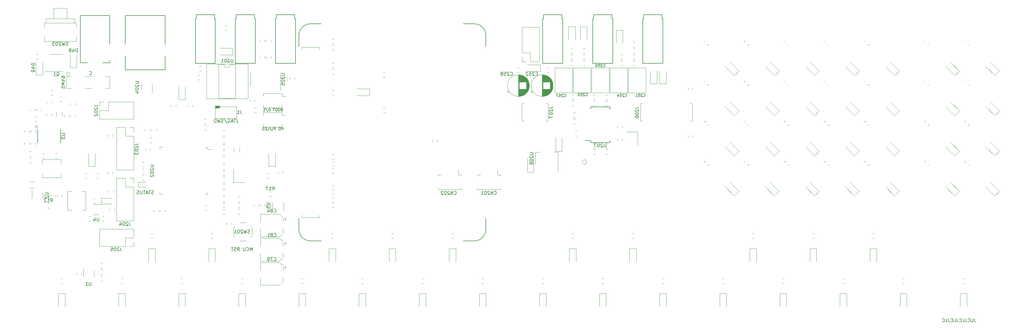
<source format=gbo>
%TF.GenerationSoftware,KiCad,Pcbnew,5.1.5*%
%TF.CreationDate,2020-03-30T21:07:22+02:00*%
%TF.ProjectId,OTTOdiy_SMD,4f54544f-6469-4795-9f53-4d442e6b6963,rev?*%
%TF.SameCoordinates,PX269fb20PYbb65a20*%
%TF.FileFunction,Legend,Bot*%
%TF.FilePolarity,Positive*%
%FSLAX46Y46*%
G04 Gerber Fmt 4.6, Leading zero omitted, Abs format (unit mm)*
G04 Created by KiCad (PCBNEW 5.1.5) date 2020-03-30 21:07:22*
%MOMM*%
%LPD*%
G04 APERTURE LIST*
%ADD10C,0.150000*%
%ADD11C,0.120000*%
%ADD12C,0.152400*%
G04 APERTURE END LIST*
D10*
X286719047Y2247620D02*
X286719047Y1533334D01*
X286766666Y1390477D01*
X286861904Y1295239D01*
X287004761Y1247620D01*
X287100000Y1247620D01*
X285766666Y1247620D02*
X286242857Y1247620D01*
X286242857Y2247620D01*
X284861904Y1342858D02*
X284909523Y1295239D01*
X285052380Y1247620D01*
X285147619Y1247620D01*
X285290476Y1295239D01*
X285385714Y1390477D01*
X285433333Y1485715D01*
X285480952Y1676191D01*
X285480952Y1819048D01*
X285433333Y2009524D01*
X285385714Y2104762D01*
X285290476Y2200000D01*
X285147619Y2247620D01*
X285052380Y2247620D01*
X284909523Y2200000D01*
X284861904Y2152381D01*
X284147619Y2247620D02*
X284147619Y1533334D01*
X284195238Y1390477D01*
X284290476Y1295239D01*
X284433333Y1247620D01*
X284528571Y1247620D01*
X283195238Y1247620D02*
X283671428Y1247620D01*
X283671428Y2247620D01*
X282290476Y1342858D02*
X282338095Y1295239D01*
X282480952Y1247620D01*
X282576190Y1247620D01*
X282719047Y1295239D01*
X282814285Y1390477D01*
X282861904Y1485715D01*
X282909523Y1676191D01*
X282909523Y1819048D01*
X282861904Y2009524D01*
X282814285Y2104762D01*
X282719047Y2200000D01*
X282576190Y2247620D01*
X282480952Y2247620D01*
X282338095Y2200000D01*
X282290476Y2152381D01*
X281576190Y2247620D02*
X281576190Y1533334D01*
X281623809Y1390477D01*
X281719047Y1295239D01*
X281861904Y1247620D01*
X281957142Y1247620D01*
X280623809Y1247620D02*
X281100000Y1247620D01*
X281100000Y2247620D01*
X279719047Y1342858D02*
X279766666Y1295239D01*
X279909523Y1247620D01*
X280004761Y1247620D01*
X280147619Y1295239D01*
X280242857Y1390477D01*
X280290476Y1485715D01*
X280338095Y1676191D01*
X280338095Y1819048D01*
X280290476Y2009524D01*
X280242857Y2104762D01*
X280147619Y2200000D01*
X280004761Y2247620D01*
X279909523Y2247620D01*
X279766666Y2200000D01*
X279719047Y2152381D01*
X279004761Y2247620D02*
X279004761Y1533334D01*
X279052380Y1390477D01*
X279147619Y1295239D01*
X279290476Y1247620D01*
X279385714Y1247620D01*
X278052380Y1247620D02*
X278528571Y1247620D01*
X278528571Y2247620D01*
X277147619Y1342858D02*
X277195238Y1295239D01*
X277338095Y1247620D01*
X277433333Y1247620D01*
X277576190Y1295239D01*
X277671428Y1390477D01*
X277719047Y1485715D01*
X277766666Y1676191D01*
X277766666Y1819048D01*
X277719047Y2009524D01*
X277671428Y2104762D01*
X277576190Y2200000D01*
X277433333Y2247620D01*
X277338095Y2247620D01*
X277195238Y2200000D01*
X277147619Y2152381D01*
X79778571Y58638096D02*
X79778571Y59438096D01*
X79473809Y59438096D01*
X79397619Y59400000D01*
X79359523Y59361905D01*
X79321428Y59285715D01*
X79321428Y59171429D01*
X79359523Y59095239D01*
X79397619Y59057143D01*
X79473809Y59019048D01*
X79778571Y59019048D01*
X78826190Y59438096D02*
X78673809Y59438096D01*
X78597619Y59400000D01*
X78521428Y59323810D01*
X78483333Y59171429D01*
X78483333Y58904762D01*
X78521428Y58752381D01*
X78597619Y58676191D01*
X78673809Y58638096D01*
X78826190Y58638096D01*
X78902380Y58676191D01*
X78978571Y58752381D01*
X79016666Y58904762D01*
X79016666Y59171429D01*
X78978571Y59323810D01*
X78902380Y59400000D01*
X78826190Y59438096D01*
X77530952Y58638096D02*
X77530952Y59438096D01*
X77226190Y59438096D01*
X77150000Y59400000D01*
X77111904Y59361905D01*
X77073809Y59285715D01*
X77073809Y59171429D01*
X77111904Y59095239D01*
X77150000Y59057143D01*
X77226190Y59019048D01*
X77530952Y59019048D01*
X76730952Y58638096D02*
X76730952Y59438096D01*
X75778571Y59476191D02*
X76464285Y58447620D01*
X75130952Y58638096D02*
X75511904Y58638096D01*
X75511904Y59438096D01*
X74864285Y59057143D02*
X74597619Y59057143D01*
X74483333Y58638096D02*
X74864285Y58638096D01*
X74864285Y59438096D01*
X74483333Y59438096D01*
X74140476Y58638096D02*
X74140476Y59438096D01*
X73950000Y59438096D01*
X73835714Y59400000D01*
X73759523Y59323810D01*
X73721428Y59247620D01*
X73683333Y59095239D01*
X73683333Y58980953D01*
X73721428Y58828572D01*
X73759523Y58752381D01*
X73835714Y58676191D01*
X73950000Y58638096D01*
X74140476Y58638096D01*
X79321428Y64807143D02*
X79207142Y64769048D01*
X79169047Y64730953D01*
X79130952Y64654762D01*
X79130952Y64540477D01*
X79169047Y64464286D01*
X79207142Y64426191D01*
X79283333Y64388096D01*
X79588095Y64388096D01*
X79588095Y65188096D01*
X79321428Y65188096D01*
X79245238Y65150000D01*
X79207142Y65111905D01*
X79169047Y65035715D01*
X79169047Y64959524D01*
X79207142Y64883334D01*
X79245238Y64845239D01*
X79321428Y64807143D01*
X79588095Y64807143D01*
X78635714Y65188096D02*
X78483333Y65188096D01*
X78407142Y65150000D01*
X78330952Y65073810D01*
X78292857Y64921429D01*
X78292857Y64654762D01*
X78330952Y64502381D01*
X78407142Y64426191D01*
X78483333Y64388096D01*
X78635714Y64388096D01*
X78711904Y64426191D01*
X78788095Y64502381D01*
X78826190Y64654762D01*
X78826190Y64921429D01*
X78788095Y65073810D01*
X78711904Y65150000D01*
X78635714Y65188096D01*
X77797619Y65188096D02*
X77645238Y65188096D01*
X77569047Y65150000D01*
X77492857Y65073810D01*
X77454761Y64921429D01*
X77454761Y64654762D01*
X77492857Y64502381D01*
X77569047Y64426191D01*
X77645238Y64388096D01*
X77797619Y64388096D01*
X77873809Y64426191D01*
X77950000Y64502381D01*
X77988095Y64654762D01*
X77988095Y64921429D01*
X77950000Y65073810D01*
X77873809Y65150000D01*
X77797619Y65188096D01*
X77226190Y65188096D02*
X76769047Y65188096D01*
X76997619Y64388096D02*
X76997619Y65188096D01*
X75740476Y65188096D02*
X75664285Y65188096D01*
X75588095Y65150000D01*
X75550000Y65111905D01*
X75511904Y65035715D01*
X75473809Y64883334D01*
X75473809Y64692858D01*
X75511904Y64540477D01*
X75550000Y64464286D01*
X75588095Y64426191D01*
X75664285Y64388096D01*
X75740476Y64388096D01*
X75816666Y64426191D01*
X75854761Y64464286D01*
X75892857Y64540477D01*
X75930952Y64692858D01*
X75930952Y64883334D01*
X75892857Y65035715D01*
X75854761Y65111905D01*
X75816666Y65150000D01*
X75740476Y65188096D01*
X74559523Y65226191D02*
X75245238Y64197620D01*
X73873809Y64388096D02*
X74330952Y64388096D01*
X74102380Y64388096D02*
X74102380Y65188096D01*
X74178571Y65073810D01*
X74254761Y64997620D01*
X74330952Y64959524D01*
X65938095Y61947620D02*
X65938095Y61233334D01*
X65985714Y61090477D01*
X66080952Y60995239D01*
X66223809Y60947620D01*
X66319047Y60947620D01*
X65604761Y61947620D02*
X65033333Y61947620D01*
X65319047Y60947620D02*
X65319047Y61947620D01*
X64747619Y61233334D02*
X64271428Y61233334D01*
X64842857Y60947620D02*
X64509523Y61947620D01*
X64176190Y60947620D01*
X63319047Y61900000D02*
X63414285Y61947620D01*
X63557142Y61947620D01*
X63700000Y61900000D01*
X63795238Y61804762D01*
X63842857Y61709524D01*
X63890476Y61519048D01*
X63890476Y61376191D01*
X63842857Y61185715D01*
X63795238Y61090477D01*
X63700000Y60995239D01*
X63557142Y60947620D01*
X63461904Y60947620D01*
X63319047Y60995239D01*
X63271428Y61042858D01*
X63271428Y61376191D01*
X63461904Y61376191D01*
X62128571Y61995239D02*
X62985714Y60709524D01*
X61842857Y60995239D02*
X61700000Y60947620D01*
X61461904Y60947620D01*
X61366666Y60995239D01*
X61319047Y61042858D01*
X61271428Y61138096D01*
X61271428Y61233334D01*
X61319047Y61328572D01*
X61366666Y61376191D01*
X61461904Y61423810D01*
X61652380Y61471429D01*
X61747619Y61519048D01*
X61795238Y61566667D01*
X61842857Y61661905D01*
X61842857Y61757143D01*
X61795238Y61852381D01*
X61747619Y61900000D01*
X61652380Y61947620D01*
X61414285Y61947620D01*
X61271428Y61900000D01*
X60938095Y61947620D02*
X60700000Y60947620D01*
X60509523Y61661905D01*
X60319047Y60947620D01*
X60080952Y61947620D01*
X59700000Y60947620D02*
X59700000Y61947620D01*
X59461904Y61947620D01*
X59319047Y61900000D01*
X59223809Y61804762D01*
X59176190Y61709524D01*
X59128571Y61519048D01*
X59128571Y61376191D01*
X59176190Y61185715D01*
X59223809Y61090477D01*
X59319047Y60995239D01*
X59461904Y60947620D01*
X59700000Y60947620D01*
X40976190Y39595239D02*
X40833333Y39547620D01*
X40595238Y39547620D01*
X40500000Y39595239D01*
X40452380Y39642858D01*
X40404761Y39738096D01*
X40404761Y39833334D01*
X40452380Y39928572D01*
X40500000Y39976191D01*
X40595238Y40023810D01*
X40785714Y40071429D01*
X40880952Y40119048D01*
X40928571Y40166667D01*
X40976190Y40261905D01*
X40976190Y40357143D01*
X40928571Y40452381D01*
X40880952Y40500000D01*
X40785714Y40547620D01*
X40547619Y40547620D01*
X40404761Y40500000D01*
X40119047Y40547620D02*
X39547619Y40547620D01*
X39833333Y39547620D02*
X39833333Y40547620D01*
X39261904Y39833334D02*
X38785714Y39833334D01*
X39357142Y39547620D02*
X39023809Y40547620D01*
X38690476Y39547620D01*
X38500000Y40547620D02*
X37928571Y40547620D01*
X38214285Y39547620D02*
X38214285Y40547620D01*
X37595238Y40547620D02*
X37595238Y39738096D01*
X37547619Y39642858D01*
X37500000Y39595239D01*
X37404761Y39547620D01*
X37214285Y39547620D01*
X37119047Y39595239D01*
X37071428Y39642858D01*
X37023809Y39738096D01*
X37023809Y40547620D01*
X36595238Y39595239D02*
X36452380Y39547620D01*
X36214285Y39547620D01*
X36119047Y39595239D01*
X36071428Y39642858D01*
X36023809Y39738096D01*
X36023809Y39833334D01*
X36071428Y39928572D01*
X36119047Y39976191D01*
X36214285Y40023810D01*
X36404761Y40071429D01*
X36500000Y40119048D01*
X36547619Y40166667D01*
X36595238Y40261905D01*
X36595238Y40357143D01*
X36547619Y40452381D01*
X36500000Y40500000D01*
X36404761Y40547620D01*
X36166666Y40547620D01*
X36023809Y40500000D01*
X70595238Y22547620D02*
X70595238Y23547620D01*
X70261904Y22833334D01*
X69928571Y23547620D01*
X69928571Y22547620D01*
X68880952Y22642858D02*
X68928571Y22595239D01*
X69071428Y22547620D01*
X69166666Y22547620D01*
X69309523Y22595239D01*
X69404761Y22690477D01*
X69452380Y22785715D01*
X69500000Y22976191D01*
X69500000Y23119048D01*
X69452380Y23309524D01*
X69404761Y23404762D01*
X69309523Y23500000D01*
X69166666Y23547620D01*
X69071428Y23547620D01*
X68928571Y23500000D01*
X68880952Y23452381D01*
X68452380Y23547620D02*
X68452380Y22738096D01*
X68404761Y22642858D01*
X68357142Y22595239D01*
X68261904Y22547620D01*
X68071428Y22547620D01*
X67976190Y22595239D01*
X67928571Y22642858D01*
X67880952Y22738096D01*
X67880952Y23547620D01*
X66071428Y22547620D02*
X66404761Y23023810D01*
X66642857Y22547620D02*
X66642857Y23547620D01*
X66261904Y23547620D01*
X66166666Y23500000D01*
X66119047Y23452381D01*
X66071428Y23357143D01*
X66071428Y23214286D01*
X66119047Y23119048D01*
X66166666Y23071429D01*
X66261904Y23023810D01*
X66642857Y23023810D01*
X65690476Y22595239D02*
X65547619Y22547620D01*
X65309523Y22547620D01*
X65214285Y22595239D01*
X65166666Y22642858D01*
X65119047Y22738096D01*
X65119047Y22833334D01*
X65166666Y22928572D01*
X65214285Y22976191D01*
X65309523Y23023810D01*
X65500000Y23071429D01*
X65595238Y23119048D01*
X65642857Y23166667D01*
X65690476Y23261905D01*
X65690476Y23357143D01*
X65642857Y23452381D01*
X65595238Y23500000D01*
X65500000Y23547620D01*
X65261904Y23547620D01*
X65119047Y23500000D01*
X64833333Y23547620D02*
X64261904Y23547620D01*
X64547619Y22547620D02*
X64547619Y23547620D01*
D11*
X72990000Y26740000D02*
X72990000Y29090000D01*
X72990000Y33560000D02*
X72990000Y31210000D01*
X78745563Y33560000D02*
X72990000Y33560000D01*
X78745563Y26740000D02*
X72990000Y26740000D01*
X79810000Y27804437D02*
X79810000Y29090000D01*
X79810000Y32495563D02*
X79810000Y31210000D01*
X79810000Y32495563D02*
X78745563Y33560000D01*
X79810000Y27804437D02*
X78745563Y26740000D01*
X80837500Y31997500D02*
X80050000Y31997500D01*
X80443750Y32391250D02*
X80443750Y31603750D01*
X72990000Y19490000D02*
X72990000Y21840000D01*
X72990000Y26310000D02*
X72990000Y23960000D01*
X78745563Y26310000D02*
X72990000Y26310000D01*
X78745563Y19490000D02*
X72990000Y19490000D01*
X79810000Y20554437D02*
X79810000Y21840000D01*
X79810000Y25245563D02*
X79810000Y23960000D01*
X79810000Y25245563D02*
X78745563Y26310000D01*
X79810000Y20554437D02*
X78745563Y19490000D01*
X80837500Y24747500D02*
X80050000Y24747500D01*
X80443750Y25141250D02*
X80443750Y24353750D01*
X72990000Y12240000D02*
X72990000Y14590000D01*
X72990000Y19060000D02*
X72990000Y16710000D01*
X78745563Y19060000D02*
X72990000Y19060000D01*
X78745563Y12240000D02*
X72990000Y12240000D01*
X79810000Y13304437D02*
X79810000Y14590000D01*
X79810000Y17995563D02*
X79810000Y16710000D01*
X79810000Y17995563D02*
X78745563Y19060000D01*
X79810000Y13304437D02*
X78745563Y12240000D01*
X80837500Y17497500D02*
X80050000Y17497500D01*
X80443750Y17891250D02*
X80443750Y17103750D01*
X24755000Y33340000D02*
X22995000Y33340000D01*
X22995000Y36410000D02*
X25425000Y36410000D01*
D10*
X171875000Y55550000D02*
X170275000Y55550000D01*
X171875000Y65625000D02*
X177625000Y65625000D01*
X171875000Y54975000D02*
X177625000Y54975000D01*
X171875000Y65625000D02*
X171875000Y64975000D01*
X177625000Y65625000D02*
X177625000Y64975000D01*
X177625000Y54975000D02*
X177625000Y55625000D01*
X171875000Y54975000D02*
X171875000Y55550000D01*
D11*
X70065000Y73900000D02*
X70065000Y75850000D01*
X70065000Y73900000D02*
X70065000Y71950000D01*
X78935000Y73900000D02*
X78935000Y75850000D01*
X78935000Y73900000D02*
X78935000Y70450000D01*
X37390000Y70600000D02*
X37390000Y72400000D01*
X40610000Y72400000D02*
X40610000Y69950000D01*
X62050000Y78415000D02*
G75*
G03X64050000Y78415000I1000000J0D01*
G01*
X64050000Y78415000D02*
X65585000Y78415000D01*
X65585000Y78415000D02*
X65585000Y68135000D01*
X65585000Y68135000D02*
X60515000Y68135000D01*
X60515000Y68135000D02*
X60515000Y78415000D01*
X60515000Y78415000D02*
X62050000Y78415000D01*
X69285000Y78475000D02*
X69285000Y68075000D01*
X69285000Y68075000D02*
X56815000Y68075000D01*
X56815000Y68075000D02*
X56815000Y78475000D01*
X56815000Y78475000D02*
X69285000Y78475000D01*
X11900000Y81360000D02*
X13850000Y81360000D01*
X11900000Y81360000D02*
X9950000Y81360000D01*
X11900000Y76240000D02*
X13850000Y76240000D01*
X11900000Y76240000D02*
X8450000Y76240000D01*
X43590000Y39390000D02*
X42890000Y39390000D01*
X42890000Y39390000D02*
X42890000Y40090000D01*
X56410000Y39390000D02*
X57110000Y39390000D01*
X57110000Y39390000D02*
X57110000Y40090000D01*
X43590000Y53610000D02*
X42890000Y53610000D01*
X42890000Y53610000D02*
X42890000Y52910000D01*
X56410000Y53610000D02*
X57110000Y53610000D01*
X57110000Y53610000D02*
X57110000Y52910000D01*
X57110000Y52910000D02*
X58475000Y52910000D01*
X76690000Y35200000D02*
X76690000Y37000000D01*
X79910000Y37000000D02*
X79910000Y34550000D01*
X7810000Y40000000D02*
X7810000Y38200000D01*
X4590000Y38200000D02*
X4590000Y40650000D01*
X155290000Y52110000D02*
X156550000Y52110000D01*
X162110000Y52110000D02*
X160850000Y52110000D01*
X155290000Y48350000D02*
X155290000Y52110000D01*
X162110000Y46100000D02*
X162110000Y52110000D01*
D10*
X77500000Y92000000D02*
X77500000Y78700000D01*
X77500000Y78700000D02*
X83500000Y78700000D01*
X83500000Y78700000D02*
X83500000Y92000000D01*
X83500000Y92000000D02*
X83250000Y92000000D01*
X83250000Y92000000D02*
X83250000Y93200000D01*
X83250000Y93200000D02*
X77750000Y93200000D01*
X77750000Y93200000D02*
X77750000Y92000000D01*
X77750000Y92000000D02*
X77500000Y92000000D01*
X157500000Y92000000D02*
X157500000Y78700000D01*
X157500000Y78700000D02*
X163500000Y78700000D01*
X163500000Y78700000D02*
X163500000Y92000000D01*
X163500000Y92000000D02*
X163250000Y92000000D01*
X163250000Y92000000D02*
X163250000Y93200000D01*
X163250000Y93200000D02*
X157750000Y93200000D01*
X157750000Y93200000D02*
X157750000Y92000000D01*
X157750000Y92000000D02*
X157500000Y92000000D01*
X172500000Y92000000D02*
X172500000Y78700000D01*
X172500000Y78700000D02*
X178500000Y78700000D01*
X178500000Y78700000D02*
X178500000Y92000000D01*
X178500000Y92000000D02*
X178250000Y92000000D01*
X178250000Y92000000D02*
X178250000Y93200000D01*
X178250000Y93200000D02*
X172750000Y93200000D01*
X172750000Y93200000D02*
X172750000Y92000000D01*
X172750000Y92000000D02*
X172500000Y92000000D01*
X187500000Y92000000D02*
X187500000Y78700000D01*
X187500000Y78700000D02*
X193500000Y78700000D01*
X193500000Y78700000D02*
X193500000Y92000000D01*
X193500000Y92000000D02*
X193250000Y92000000D01*
X193250000Y92000000D02*
X193250000Y93200000D01*
X193250000Y93200000D02*
X187750000Y93200000D01*
X187750000Y93200000D02*
X187750000Y92000000D01*
X187750000Y92000000D02*
X187500000Y92000000D01*
X53500000Y92000000D02*
X53500000Y78700000D01*
X53500000Y78700000D02*
X59500000Y78700000D01*
X59500000Y78700000D02*
X59500000Y92000000D01*
X59500000Y92000000D02*
X59250000Y92000000D01*
X59250000Y92000000D02*
X59250000Y93200000D01*
X59250000Y93200000D02*
X53750000Y93200000D01*
X53750000Y93200000D02*
X53750000Y92000000D01*
X53750000Y92000000D02*
X53500000Y92000000D01*
X65500000Y92000000D02*
X65500000Y78700000D01*
X65500000Y78700000D02*
X71500000Y78700000D01*
X71500000Y78700000D02*
X71500000Y92000000D01*
X71500000Y92000000D02*
X71250000Y92000000D01*
X71250000Y92000000D02*
X71250000Y93200000D01*
X71250000Y93200000D02*
X65750000Y93200000D01*
X65750000Y93200000D02*
X65750000Y92000000D01*
X65750000Y92000000D02*
X65500000Y92000000D01*
D11*
X76211252Y38790000D02*
X75688748Y38790000D01*
X76211252Y40210000D02*
X75688748Y40210000D01*
X9761252Y35290000D02*
X9238748Y35290000D01*
X9761252Y36710000D02*
X9238748Y36710000D01*
X61788748Y36860000D02*
X62311252Y36860000D01*
X61788748Y35440000D02*
X62311252Y35440000D01*
X161365000Y52352500D02*
X161365000Y56437500D01*
X163235000Y52352500D02*
X161365000Y52352500D01*
X163235000Y56437500D02*
X163235000Y52352500D01*
X152965000Y46052500D02*
X152965000Y50137500D01*
X154835000Y46052500D02*
X152965000Y46052500D01*
X154835000Y50137500D02*
X154835000Y46052500D01*
X15300000Y40300000D02*
X16450000Y40300000D01*
X20700000Y40300000D02*
X19550000Y40300000D01*
X15300000Y34700000D02*
X16450000Y34700000D01*
X20700000Y34700000D02*
X19550000Y34700000D01*
X15300000Y34700000D02*
X15300000Y40300000D01*
X20700000Y34700000D02*
X20700000Y40300000D01*
G36*
X60700000Y66000000D02*
G01*
X59500000Y66000000D01*
X59500000Y65300000D01*
X60700000Y65300000D01*
X60700000Y66000000D01*
G37*
X60700000Y66000000D02*
X59500000Y66000000D01*
X59500000Y65300000D01*
X60700000Y65300000D01*
X60700000Y66000000D01*
X59500000Y62275000D02*
X59500000Y65725000D01*
X65900000Y65725000D02*
X65900000Y62275000D01*
X59500000Y62275000D02*
X65900000Y62275000D01*
X65900000Y65725000D02*
X59500000Y65725000D01*
X165250000Y89700000D02*
X165250000Y85850000D01*
X167250000Y89700000D02*
X167250000Y85850000D01*
X165250000Y89700000D02*
X167250000Y89700000D01*
X156800000Y78250000D02*
X152950000Y78250000D01*
X156800000Y76250000D02*
X152950000Y76250000D01*
X156800000Y78250000D02*
X156800000Y76250000D01*
X179500000Y88600000D02*
X179500000Y84750000D01*
X181500000Y88600000D02*
X181500000Y84750000D01*
X179500000Y88600000D02*
X181500000Y88600000D01*
X168750000Y89700000D02*
X168750000Y85850000D01*
X170750000Y89700000D02*
X170750000Y85850000D01*
X168750000Y89700000D02*
X170750000Y89700000D01*
X191750000Y72550000D02*
X191750000Y76400000D01*
X189750000Y72550000D02*
X189750000Y76400000D01*
X191750000Y72550000D02*
X189750000Y72550000D01*
X194500000Y72550000D02*
X194500000Y76400000D01*
X192500000Y72550000D02*
X192500000Y76400000D01*
X194500000Y72550000D02*
X192500000Y72550000D01*
X26111252Y32935000D02*
X25588748Y32935000D01*
X26111252Y31515000D02*
X25588748Y31515000D01*
X27790000Y35161252D02*
X27790000Y34638748D01*
X29210000Y35161252D02*
X29210000Y34638748D01*
X25375000Y36575000D02*
X25375000Y38275000D01*
X25375000Y38275000D02*
X28525000Y38275000D01*
X25375000Y36575000D02*
X28525000Y36575000D01*
X23436252Y38110000D02*
X22913748Y38110000D01*
X23436252Y36690000D02*
X22913748Y36690000D01*
X21588748Y31440000D02*
X22111252Y31440000D01*
X21588748Y32860000D02*
X22111252Y32860000D01*
X124512300Y55239648D02*
X124512300Y55762152D01*
X125932300Y55239648D02*
X125932300Y55762152D01*
X182650000Y58200000D02*
X185950000Y58200000D01*
X185950000Y58200000D02*
X185950000Y54200000D01*
X68300000Y43000000D02*
X65000000Y43000000D01*
X65000000Y43000000D02*
X65000000Y47000000D01*
X137942500Y40882000D02*
X137942500Y41332000D01*
X144912500Y40882000D02*
X137942500Y40882000D01*
X144912500Y41332000D02*
X144912500Y40882000D01*
X137942500Y45302000D02*
X138892500Y45302000D01*
X137942500Y44852000D02*
X137942500Y45302000D01*
X143962500Y45302000D02*
X143962500Y46792000D01*
X144912500Y45302000D02*
X143962500Y45302000D01*
X144912500Y44852000D02*
X144912500Y45302000D01*
X154164759Y69846000D02*
X154164759Y70476000D01*
X153849759Y70161000D02*
X154479759Y70161000D01*
X160591000Y71598000D02*
X160591000Y72402000D01*
X160551000Y71367000D02*
X160551000Y72633000D01*
X160511000Y71198000D02*
X160511000Y72802000D01*
X160471000Y71060000D02*
X160471000Y72940000D01*
X160431000Y70941000D02*
X160431000Y73059000D01*
X160391000Y70835000D02*
X160391000Y73165000D01*
X160351000Y70738000D02*
X160351000Y73262000D01*
X160311000Y70650000D02*
X160311000Y73350000D01*
X160271000Y70568000D02*
X160271000Y73432000D01*
X160231000Y70491000D02*
X160231000Y73509000D01*
X160191000Y70419000D02*
X160191000Y73581000D01*
X160151000Y70350000D02*
X160151000Y73650000D01*
X160111000Y70286000D02*
X160111000Y73714000D01*
X160071000Y70224000D02*
X160071000Y73776000D01*
X160031000Y70166000D02*
X160031000Y73834000D01*
X159991000Y70110000D02*
X159991000Y73890000D01*
X159951000Y70056000D02*
X159951000Y73944000D01*
X159911000Y70005000D02*
X159911000Y73995000D01*
X159871000Y69956000D02*
X159871000Y74044000D01*
X159831000Y69908000D02*
X159831000Y74092000D01*
X159791000Y69863000D02*
X159791000Y74137000D01*
X159751000Y69818000D02*
X159751000Y74182000D01*
X159711000Y69776000D02*
X159711000Y74224000D01*
X159671000Y69735000D02*
X159671000Y74265000D01*
X159631000Y73040000D02*
X159631000Y74305000D01*
X159631000Y69695000D02*
X159631000Y70960000D01*
X159591000Y73040000D02*
X159591000Y74343000D01*
X159591000Y69657000D02*
X159591000Y70960000D01*
X159551000Y73040000D02*
X159551000Y74380000D01*
X159551000Y69620000D02*
X159551000Y70960000D01*
X159511000Y73040000D02*
X159511000Y74416000D01*
X159511000Y69584000D02*
X159511000Y70960000D01*
X159471000Y73040000D02*
X159471000Y74450000D01*
X159471000Y69550000D02*
X159471000Y70960000D01*
X159431000Y73040000D02*
X159431000Y74484000D01*
X159431000Y69516000D02*
X159431000Y70960000D01*
X159391000Y73040000D02*
X159391000Y74516000D01*
X159391000Y69484000D02*
X159391000Y70960000D01*
X159351000Y73040000D02*
X159351000Y74548000D01*
X159351000Y69452000D02*
X159351000Y70960000D01*
X159311000Y73040000D02*
X159311000Y74578000D01*
X159311000Y69422000D02*
X159311000Y70960000D01*
X159271000Y73040000D02*
X159271000Y74607000D01*
X159271000Y69393000D02*
X159271000Y70960000D01*
X159231000Y73040000D02*
X159231000Y74636000D01*
X159231000Y69364000D02*
X159231000Y70960000D01*
X159191000Y73040000D02*
X159191000Y74664000D01*
X159191000Y69336000D02*
X159191000Y70960000D01*
X159151000Y73040000D02*
X159151000Y74690000D01*
X159151000Y69310000D02*
X159151000Y70960000D01*
X159111000Y73040000D02*
X159111000Y74716000D01*
X159111000Y69284000D02*
X159111000Y70960000D01*
X159071000Y73040000D02*
X159071000Y74742000D01*
X159071000Y69258000D02*
X159071000Y70960000D01*
X159031000Y73040000D02*
X159031000Y74766000D01*
X159031000Y69234000D02*
X159031000Y70960000D01*
X158991000Y73040000D02*
X158991000Y74790000D01*
X158991000Y69210000D02*
X158991000Y70960000D01*
X158951000Y73040000D02*
X158951000Y74812000D01*
X158951000Y69188000D02*
X158951000Y70960000D01*
X158911000Y73040000D02*
X158911000Y74834000D01*
X158911000Y69166000D02*
X158911000Y70960000D01*
X158871000Y73040000D02*
X158871000Y74856000D01*
X158871000Y69144000D02*
X158871000Y70960000D01*
X158831000Y73040000D02*
X158831000Y74876000D01*
X158831000Y69124000D02*
X158831000Y70960000D01*
X158791000Y73040000D02*
X158791000Y74896000D01*
X158791000Y69104000D02*
X158791000Y70960000D01*
X158751000Y73040000D02*
X158751000Y74916000D01*
X158751000Y69084000D02*
X158751000Y70960000D01*
X158711000Y73040000D02*
X158711000Y74934000D01*
X158711000Y69066000D02*
X158711000Y70960000D01*
X158671000Y73040000D02*
X158671000Y74952000D01*
X158671000Y69048000D02*
X158671000Y70960000D01*
X158631000Y73040000D02*
X158631000Y74970000D01*
X158631000Y69030000D02*
X158631000Y70960000D01*
X158591000Y73040000D02*
X158591000Y74986000D01*
X158591000Y69014000D02*
X158591000Y70960000D01*
X158551000Y73040000D02*
X158551000Y75002000D01*
X158551000Y68998000D02*
X158551000Y70960000D01*
X158511000Y73040000D02*
X158511000Y75018000D01*
X158511000Y68982000D02*
X158511000Y70960000D01*
X158471000Y73040000D02*
X158471000Y75033000D01*
X158471000Y68967000D02*
X158471000Y70960000D01*
X158431000Y73040000D02*
X158431000Y75047000D01*
X158431000Y68953000D02*
X158431000Y70960000D01*
X158391000Y73040000D02*
X158391000Y75061000D01*
X158391000Y68939000D02*
X158391000Y70960000D01*
X158351000Y73040000D02*
X158351000Y75074000D01*
X158351000Y68926000D02*
X158351000Y70960000D01*
X158311000Y73040000D02*
X158311000Y75086000D01*
X158311000Y68914000D02*
X158311000Y70960000D01*
X158271000Y73040000D02*
X158271000Y75098000D01*
X158271000Y68902000D02*
X158271000Y70960000D01*
X158231000Y73040000D02*
X158231000Y75110000D01*
X158231000Y68890000D02*
X158231000Y70960000D01*
X158191000Y73040000D02*
X158191000Y75121000D01*
X158191000Y68879000D02*
X158191000Y70960000D01*
X158151000Y73040000D02*
X158151000Y75131000D01*
X158151000Y68869000D02*
X158151000Y70960000D01*
X158111000Y73040000D02*
X158111000Y75141000D01*
X158111000Y68859000D02*
X158111000Y70960000D01*
X158071000Y73040000D02*
X158071000Y75150000D01*
X158071000Y68850000D02*
X158071000Y70960000D01*
X158030000Y73040000D02*
X158030000Y75159000D01*
X158030000Y68841000D02*
X158030000Y70960000D01*
X157990000Y73040000D02*
X157990000Y75167000D01*
X157990000Y68833000D02*
X157990000Y70960000D01*
X157950000Y73040000D02*
X157950000Y75175000D01*
X157950000Y68825000D02*
X157950000Y70960000D01*
X157910000Y73040000D02*
X157910000Y75182000D01*
X157910000Y68818000D02*
X157910000Y70960000D01*
X157870000Y73040000D02*
X157870000Y75189000D01*
X157870000Y68811000D02*
X157870000Y70960000D01*
X157830000Y73040000D02*
X157830000Y75195000D01*
X157830000Y68805000D02*
X157830000Y70960000D01*
X157790000Y73040000D02*
X157790000Y75201000D01*
X157790000Y68799000D02*
X157790000Y70960000D01*
X157750000Y73040000D02*
X157750000Y75206000D01*
X157750000Y68794000D02*
X157750000Y70960000D01*
X157710000Y73040000D02*
X157710000Y75211000D01*
X157710000Y68789000D02*
X157710000Y70960000D01*
X157670000Y73040000D02*
X157670000Y75215000D01*
X157670000Y68785000D02*
X157670000Y70960000D01*
X157630000Y73040000D02*
X157630000Y75218000D01*
X157630000Y68782000D02*
X157630000Y70960000D01*
X157590000Y73040000D02*
X157590000Y75222000D01*
X157590000Y68778000D02*
X157590000Y70960000D01*
X157550000Y68776000D02*
X157550000Y75224000D01*
X157510000Y68773000D02*
X157510000Y75227000D01*
X157470000Y68772000D02*
X157470000Y75228000D01*
X157430000Y68770000D02*
X157430000Y75230000D01*
X157390000Y68770000D02*
X157390000Y75230000D01*
X157350000Y68770000D02*
X157350000Y75230000D01*
X160620000Y72000000D02*
G75*
G03X160620000Y72000000I-3270000J0D01*
G01*
X147064759Y69846000D02*
X147064759Y70476000D01*
X146749759Y70161000D02*
X147379759Y70161000D01*
X153491000Y71598000D02*
X153491000Y72402000D01*
X153451000Y71367000D02*
X153451000Y72633000D01*
X153411000Y71198000D02*
X153411000Y72802000D01*
X153371000Y71060000D02*
X153371000Y72940000D01*
X153331000Y70941000D02*
X153331000Y73059000D01*
X153291000Y70835000D02*
X153291000Y73165000D01*
X153251000Y70738000D02*
X153251000Y73262000D01*
X153211000Y70650000D02*
X153211000Y73350000D01*
X153171000Y70568000D02*
X153171000Y73432000D01*
X153131000Y70491000D02*
X153131000Y73509000D01*
X153091000Y70419000D02*
X153091000Y73581000D01*
X153051000Y70350000D02*
X153051000Y73650000D01*
X153011000Y70286000D02*
X153011000Y73714000D01*
X152971000Y70224000D02*
X152971000Y73776000D01*
X152931000Y70166000D02*
X152931000Y73834000D01*
X152891000Y70110000D02*
X152891000Y73890000D01*
X152851000Y70056000D02*
X152851000Y73944000D01*
X152811000Y70005000D02*
X152811000Y73995000D01*
X152771000Y69956000D02*
X152771000Y74044000D01*
X152731000Y69908000D02*
X152731000Y74092000D01*
X152691000Y69863000D02*
X152691000Y74137000D01*
X152651000Y69818000D02*
X152651000Y74182000D01*
X152611000Y69776000D02*
X152611000Y74224000D01*
X152571000Y69735000D02*
X152571000Y74265000D01*
X152531000Y73040000D02*
X152531000Y74305000D01*
X152531000Y69695000D02*
X152531000Y70960000D01*
X152491000Y73040000D02*
X152491000Y74343000D01*
X152491000Y69657000D02*
X152491000Y70960000D01*
X152451000Y73040000D02*
X152451000Y74380000D01*
X152451000Y69620000D02*
X152451000Y70960000D01*
X152411000Y73040000D02*
X152411000Y74416000D01*
X152411000Y69584000D02*
X152411000Y70960000D01*
X152371000Y73040000D02*
X152371000Y74450000D01*
X152371000Y69550000D02*
X152371000Y70960000D01*
X152331000Y73040000D02*
X152331000Y74484000D01*
X152331000Y69516000D02*
X152331000Y70960000D01*
X152291000Y73040000D02*
X152291000Y74516000D01*
X152291000Y69484000D02*
X152291000Y70960000D01*
X152251000Y73040000D02*
X152251000Y74548000D01*
X152251000Y69452000D02*
X152251000Y70960000D01*
X152211000Y73040000D02*
X152211000Y74578000D01*
X152211000Y69422000D02*
X152211000Y70960000D01*
X152171000Y73040000D02*
X152171000Y74607000D01*
X152171000Y69393000D02*
X152171000Y70960000D01*
X152131000Y73040000D02*
X152131000Y74636000D01*
X152131000Y69364000D02*
X152131000Y70960000D01*
X152091000Y73040000D02*
X152091000Y74664000D01*
X152091000Y69336000D02*
X152091000Y70960000D01*
X152051000Y73040000D02*
X152051000Y74690000D01*
X152051000Y69310000D02*
X152051000Y70960000D01*
X152011000Y73040000D02*
X152011000Y74716000D01*
X152011000Y69284000D02*
X152011000Y70960000D01*
X151971000Y73040000D02*
X151971000Y74742000D01*
X151971000Y69258000D02*
X151971000Y70960000D01*
X151931000Y73040000D02*
X151931000Y74766000D01*
X151931000Y69234000D02*
X151931000Y70960000D01*
X151891000Y73040000D02*
X151891000Y74790000D01*
X151891000Y69210000D02*
X151891000Y70960000D01*
X151851000Y73040000D02*
X151851000Y74812000D01*
X151851000Y69188000D02*
X151851000Y70960000D01*
X151811000Y73040000D02*
X151811000Y74834000D01*
X151811000Y69166000D02*
X151811000Y70960000D01*
X151771000Y73040000D02*
X151771000Y74856000D01*
X151771000Y69144000D02*
X151771000Y70960000D01*
X151731000Y73040000D02*
X151731000Y74876000D01*
X151731000Y69124000D02*
X151731000Y70960000D01*
X151691000Y73040000D02*
X151691000Y74896000D01*
X151691000Y69104000D02*
X151691000Y70960000D01*
X151651000Y73040000D02*
X151651000Y74916000D01*
X151651000Y69084000D02*
X151651000Y70960000D01*
X151611000Y73040000D02*
X151611000Y74934000D01*
X151611000Y69066000D02*
X151611000Y70960000D01*
X151571000Y73040000D02*
X151571000Y74952000D01*
X151571000Y69048000D02*
X151571000Y70960000D01*
X151531000Y73040000D02*
X151531000Y74970000D01*
X151531000Y69030000D02*
X151531000Y70960000D01*
X151491000Y73040000D02*
X151491000Y74986000D01*
X151491000Y69014000D02*
X151491000Y70960000D01*
X151451000Y73040000D02*
X151451000Y75002000D01*
X151451000Y68998000D02*
X151451000Y70960000D01*
X151411000Y73040000D02*
X151411000Y75018000D01*
X151411000Y68982000D02*
X151411000Y70960000D01*
X151371000Y73040000D02*
X151371000Y75033000D01*
X151371000Y68967000D02*
X151371000Y70960000D01*
X151331000Y73040000D02*
X151331000Y75047000D01*
X151331000Y68953000D02*
X151331000Y70960000D01*
X151291000Y73040000D02*
X151291000Y75061000D01*
X151291000Y68939000D02*
X151291000Y70960000D01*
X151251000Y73040000D02*
X151251000Y75074000D01*
X151251000Y68926000D02*
X151251000Y70960000D01*
X151211000Y73040000D02*
X151211000Y75086000D01*
X151211000Y68914000D02*
X151211000Y70960000D01*
X151171000Y73040000D02*
X151171000Y75098000D01*
X151171000Y68902000D02*
X151171000Y70960000D01*
X151131000Y73040000D02*
X151131000Y75110000D01*
X151131000Y68890000D02*
X151131000Y70960000D01*
X151091000Y73040000D02*
X151091000Y75121000D01*
X151091000Y68879000D02*
X151091000Y70960000D01*
X151051000Y73040000D02*
X151051000Y75131000D01*
X151051000Y68869000D02*
X151051000Y70960000D01*
X151011000Y73040000D02*
X151011000Y75141000D01*
X151011000Y68859000D02*
X151011000Y70960000D01*
X150971000Y73040000D02*
X150971000Y75150000D01*
X150971000Y68850000D02*
X150971000Y70960000D01*
X150930000Y73040000D02*
X150930000Y75159000D01*
X150930000Y68841000D02*
X150930000Y70960000D01*
X150890000Y73040000D02*
X150890000Y75167000D01*
X150890000Y68833000D02*
X150890000Y70960000D01*
X150850000Y73040000D02*
X150850000Y75175000D01*
X150850000Y68825000D02*
X150850000Y70960000D01*
X150810000Y73040000D02*
X150810000Y75182000D01*
X150810000Y68818000D02*
X150810000Y70960000D01*
X150770000Y73040000D02*
X150770000Y75189000D01*
X150770000Y68811000D02*
X150770000Y70960000D01*
X150730000Y73040000D02*
X150730000Y75195000D01*
X150730000Y68805000D02*
X150730000Y70960000D01*
X150690000Y73040000D02*
X150690000Y75201000D01*
X150690000Y68799000D02*
X150690000Y70960000D01*
X150650000Y73040000D02*
X150650000Y75206000D01*
X150650000Y68794000D02*
X150650000Y70960000D01*
X150610000Y73040000D02*
X150610000Y75211000D01*
X150610000Y68789000D02*
X150610000Y70960000D01*
X150570000Y73040000D02*
X150570000Y75215000D01*
X150570000Y68785000D02*
X150570000Y70960000D01*
X150530000Y73040000D02*
X150530000Y75218000D01*
X150530000Y68782000D02*
X150530000Y70960000D01*
X150490000Y73040000D02*
X150490000Y75222000D01*
X150490000Y68778000D02*
X150490000Y70960000D01*
X150450000Y68776000D02*
X150450000Y75224000D01*
X150410000Y68773000D02*
X150410000Y75227000D01*
X150370000Y68772000D02*
X150370000Y75228000D01*
X150330000Y68770000D02*
X150330000Y75230000D01*
X150290000Y68770000D02*
X150290000Y75230000D01*
X150250000Y68770000D02*
X150250000Y75230000D01*
X153520000Y72000000D02*
G75*
G03X153520000Y72000000I-3270000J0D01*
G01*
X94538748Y85960000D02*
X95061252Y85960000D01*
X94538748Y84540000D02*
X95061252Y84540000D01*
X62311252Y56940000D02*
X61788748Y56940000D01*
X62311252Y58360000D02*
X61788748Y58360000D01*
X94538748Y78710000D02*
X95061252Y78710000D01*
X94538748Y77290000D02*
X95061252Y77290000D01*
X94538748Y51360000D02*
X95061252Y51360000D01*
X94538748Y49940000D02*
X95061252Y49940000D01*
X94538748Y84060000D02*
X95061252Y84060000D01*
X94538748Y82640000D02*
X95061252Y82640000D01*
X167238748Y58360000D02*
X167761252Y58360000D01*
X167238748Y56940000D02*
X167761252Y56940000D01*
X94538748Y76810000D02*
X95061252Y76810000D01*
X94538748Y75390000D02*
X95061252Y75390000D01*
X94538748Y49310000D02*
X95061252Y49310000D01*
X94538748Y47890000D02*
X95061252Y47890000D01*
X159261252Y75915000D02*
X158738748Y75915000D01*
X159261252Y77335000D02*
X158738748Y77335000D01*
X166411252Y81690000D02*
X165888748Y81690000D01*
X166411252Y83110000D02*
X165888748Y83110000D01*
X149863748Y77335000D02*
X150386252Y77335000D01*
X149863748Y75915000D02*
X150386252Y75915000D01*
X166761252Y65940000D02*
X166238748Y65940000D01*
X166761252Y67360000D02*
X166238748Y67360000D01*
X166761252Y67840000D02*
X166238748Y67840000D01*
X166761252Y69260000D02*
X166238748Y69260000D01*
X169588748Y79310000D02*
X170111252Y79310000D01*
X169588748Y77890000D02*
X170111252Y77890000D01*
X180888748Y81210000D02*
X181411252Y81210000D01*
X180888748Y79790000D02*
X181411252Y79790000D01*
X169588748Y81210000D02*
X170111252Y81210000D01*
X169588748Y79790000D02*
X170111252Y79790000D01*
X184588748Y83110000D02*
X185111252Y83110000D01*
X184588748Y81690000D02*
X185111252Y81690000D01*
X166411252Y77890000D02*
X165888748Y77890000D01*
X166411252Y79310000D02*
X165888748Y79310000D01*
X169588748Y83110000D02*
X170111252Y83110000D01*
X169588748Y81690000D02*
X170111252Y81690000D01*
X185111252Y79790000D02*
X184588748Y79790000D01*
X185111252Y81210000D02*
X184588748Y81210000D01*
X184588748Y85010000D02*
X185111252Y85010000D01*
X184588748Y83590000D02*
X185111252Y83590000D01*
X63261252Y79140000D02*
X62738748Y79140000D01*
X63261252Y80560000D02*
X62738748Y80560000D01*
X54711252Y73740000D02*
X54188748Y73740000D01*
X54711252Y75160000D02*
X54188748Y75160000D01*
X74740000Y85138748D02*
X74740000Y85661252D01*
X76160000Y85138748D02*
X76160000Y85661252D01*
X72840000Y85138748D02*
X72840000Y85661252D01*
X74260000Y85138748D02*
X74260000Y85661252D01*
X74260000Y80711252D02*
X74260000Y80188748D01*
X72840000Y80711252D02*
X72840000Y80188748D01*
X74740000Y80188748D02*
X74740000Y80711252D01*
X76160000Y80188748D02*
X76160000Y80711252D01*
X25711252Y17390000D02*
X25188748Y17390000D01*
X25711252Y18810000D02*
X25188748Y18810000D01*
X37688748Y47060000D02*
X38211252Y47060000D01*
X37688748Y45640000D02*
X38211252Y45640000D01*
X38211252Y47690000D02*
X37688748Y47690000D01*
X38211252Y49110000D02*
X37688748Y49110000D01*
X95061252Y35690000D02*
X94538748Y35690000D01*
X95061252Y37110000D02*
X94538748Y37110000D01*
X71188748Y65360000D02*
X71711252Y65360000D01*
X71188748Y63940000D02*
X71711252Y63940000D01*
X69840000Y67188748D02*
X69840000Y67711252D01*
X71260000Y67188748D02*
X71260000Y67711252D01*
X95061252Y38240000D02*
X94538748Y38240000D01*
X95061252Y39660000D02*
X94538748Y39660000D01*
X12140000Y38788748D02*
X12140000Y39311252D01*
X13560000Y38788748D02*
X13560000Y39311252D01*
X70940000Y35888748D02*
X70940000Y36411252D01*
X72360000Y35888748D02*
X72360000Y36411252D01*
X66811252Y37340000D02*
X66288748Y37340000D01*
X66811252Y38760000D02*
X66288748Y38760000D01*
X66811252Y35440000D02*
X66288748Y35440000D01*
X66811252Y36860000D02*
X66288748Y36860000D01*
X38211252Y43590000D02*
X37688748Y43590000D01*
X38211252Y45010000D02*
X37688748Y45010000D01*
X25711252Y13590000D02*
X25188748Y13590000D01*
X25711252Y15010000D02*
X25188748Y15010000D01*
X94538748Y47260000D02*
X95061252Y47260000D01*
X94538748Y45840000D02*
X95061252Y45840000D01*
X2390000Y58038748D02*
X2390000Y58561252D01*
X3810000Y58038748D02*
X3810000Y58561252D01*
X5990000Y64438748D02*
X5990000Y64961252D01*
X7410000Y64438748D02*
X7410000Y64961252D01*
X72840000Y35888748D02*
X72840000Y36411252D01*
X74260000Y35888748D02*
X74260000Y36411252D01*
X8990000Y66738748D02*
X8990000Y67261252D01*
X10410000Y66738748D02*
X10410000Y67261252D01*
X4361252Y48890000D02*
X3838748Y48890000D01*
X4361252Y50310000D02*
X3838748Y50310000D01*
X6361252Y79990000D02*
X5838748Y79990000D01*
X6361252Y81410000D02*
X5838748Y81410000D01*
X25188748Y16910000D02*
X25711252Y16910000D01*
X25188748Y15490000D02*
X25711252Y15490000D01*
X10240000Y38788748D02*
X10240000Y39311252D01*
X11660000Y38788748D02*
X11660000Y39311252D01*
X10861252Y69090000D02*
X10338748Y69090000D01*
X10861252Y70510000D02*
X10338748Y70510000D01*
X40390000Y58388748D02*
X40390000Y58911252D01*
X41810000Y58388748D02*
X41810000Y58911252D01*
X39760000Y58911252D02*
X39760000Y58388748D01*
X38340000Y58911252D02*
X38340000Y58388748D01*
X17560000Y66761252D02*
X17560000Y66238748D01*
X16140000Y66761252D02*
X16140000Y66238748D01*
X62311252Y43040000D02*
X61788748Y43040000D01*
X62311252Y44460000D02*
X61788748Y44460000D01*
X95061252Y40790000D02*
X94538748Y40790000D01*
X95061252Y42210000D02*
X94538748Y42210000D01*
X81840000Y73888748D02*
X81840000Y74411252D01*
X83260000Y73888748D02*
X83260000Y74411252D01*
X94538748Y70710000D02*
X95061252Y70710000D01*
X94538748Y69290000D02*
X95061252Y69290000D01*
X181310000Y56161252D02*
X181310000Y55638748D01*
X179890000Y56161252D02*
X179890000Y55638748D01*
X179890000Y59288748D02*
X179890000Y59811252D01*
X181310000Y59288748D02*
X181310000Y59811252D01*
X176338748Y69210000D02*
X176861252Y69210000D01*
X176338748Y67790000D02*
X176861252Y67790000D01*
X200990000Y56588748D02*
X200990000Y57111252D01*
X202410000Y56588748D02*
X202410000Y57111252D01*
X202410000Y71411252D02*
X202410000Y70888748D01*
X200990000Y71411252D02*
X200990000Y70888748D01*
X165888748Y81210000D02*
X166411252Y81210000D01*
X165888748Y79790000D02*
X166411252Y79790000D01*
X180888748Y79310000D02*
X181411252Y79310000D01*
X180888748Y77890000D02*
X181411252Y77890000D01*
X185111252Y77890000D02*
X184588748Y77890000D01*
X185111252Y79310000D02*
X184588748Y79310000D01*
X166688748Y63910000D02*
X167211252Y63910000D01*
X166688748Y62490000D02*
X167211252Y62490000D01*
X176911252Y51390000D02*
X176388748Y51390000D01*
X176911252Y52810000D02*
X176388748Y52810000D01*
X173161252Y67790000D02*
X172638748Y67790000D01*
X173161252Y69210000D02*
X172638748Y69210000D01*
X173211252Y51390000D02*
X172688748Y51390000D01*
X173211252Y52810000D02*
X172688748Y52810000D01*
X27290000Y45588748D02*
X27290000Y46111252D01*
X28710000Y45588748D02*
X28710000Y46111252D01*
X38590000Y52638748D02*
X38590000Y53161252D01*
X40010000Y52638748D02*
X40010000Y53161252D01*
X44410000Y34711252D02*
X44410000Y34188748D01*
X42990000Y34711252D02*
X42990000Y34188748D01*
X61788748Y38760000D02*
X62311252Y38760000D01*
X61788748Y37340000D02*
X62311252Y37340000D01*
X62311252Y55040000D02*
X61788748Y55040000D01*
X62311252Y56460000D02*
X61788748Y56460000D01*
X56761252Y60540000D02*
X56238748Y60540000D01*
X56761252Y61960000D02*
X56238748Y61960000D01*
X61788748Y46510000D02*
X62311252Y46510000D01*
X61788748Y45090000D02*
X62311252Y45090000D01*
X61788748Y48410000D02*
X62311252Y48410000D01*
X61788748Y46990000D02*
X62311252Y46990000D01*
X285186779Y84432687D02*
X284817313Y84063221D01*
X284182687Y85436779D02*
X283813221Y85067313D01*
X273186779Y84432687D02*
X272817313Y84063221D01*
X272182687Y85436779D02*
X271813221Y85067313D01*
X255186779Y84432687D02*
X254817313Y84063221D01*
X254182687Y85436779D02*
X253813221Y85067313D01*
X243186779Y84432687D02*
X242817313Y84063221D01*
X242182687Y85436779D02*
X241813221Y85067313D01*
X231186779Y84432687D02*
X230817313Y84063221D01*
X230182687Y85436779D02*
X229813221Y85067313D01*
X219186779Y84432687D02*
X218817313Y84063221D01*
X218182687Y85436779D02*
X217813221Y85067313D01*
X207186779Y84432687D02*
X206817313Y84063221D01*
X206182687Y85436779D02*
X205813221Y85067313D01*
X62886252Y88490000D02*
X62363748Y88490000D01*
X62886252Y89910000D02*
X62363748Y89910000D01*
X61788748Y52510000D02*
X62311252Y52510000D01*
X61788748Y51090000D02*
X62311252Y51090000D01*
X61788748Y54410000D02*
X62311252Y54410000D01*
X61788748Y52990000D02*
X62311252Y52990000D01*
X2390000Y54338748D02*
X2390000Y54861252D01*
X3810000Y54338748D02*
X3810000Y54861252D01*
X5510000Y64961252D02*
X5510000Y64438748D01*
X4090000Y64961252D02*
X4090000Y64438748D01*
X12061252Y50190000D02*
X11538748Y50190000D01*
X12061252Y51610000D02*
X11538748Y51610000D01*
X16140000Y62538748D02*
X16140000Y63061252D01*
X17560000Y62538748D02*
X17560000Y63061252D01*
X5538748Y62610000D02*
X6061252Y62610000D01*
X5538748Y61190000D02*
X6061252Y61190000D01*
X28885000Y39988748D02*
X28885000Y40511252D01*
X27465000Y39988748D02*
X27465000Y40511252D01*
X76160000Y36411252D02*
X76160000Y35888748D01*
X74740000Y36411252D02*
X74740000Y35888748D01*
X4361252Y50790000D02*
X3838748Y50790000D01*
X4361252Y52210000D02*
X3838748Y52210000D01*
X8361252Y50190000D02*
X7838748Y50190000D01*
X8361252Y51610000D02*
X7838748Y51610000D01*
X12938748Y68610000D02*
X13461252Y68610000D01*
X12938748Y67190000D02*
X13461252Y67190000D01*
X8990000Y63038748D02*
X8990000Y63561252D01*
X10410000Y63038748D02*
X10410000Y63561252D01*
X17940000Y15388748D02*
X17940000Y15911252D01*
X19360000Y15388748D02*
X19360000Y15911252D01*
X8340000Y38788748D02*
X8340000Y39311252D01*
X9760000Y38788748D02*
X9760000Y39311252D01*
X176861252Y65890000D02*
X176338748Y65890000D01*
X176861252Y67310000D02*
X176338748Y67310000D01*
X167211252Y60590000D02*
X166688748Y60590000D01*
X167211252Y62010000D02*
X166688748Y62010000D01*
X172638748Y67310000D02*
X173161252Y67310000D01*
X172638748Y65890000D02*
X173161252Y65890000D01*
X176388748Y54710000D02*
X176911252Y54710000D01*
X176388748Y53290000D02*
X176911252Y53290000D01*
X172688748Y54710000D02*
X173211252Y54710000D01*
X172688748Y53290000D02*
X173211252Y53290000D01*
X79540000Y73888748D02*
X79540000Y74411252D01*
X80960000Y73888748D02*
X80960000Y74411252D01*
X54713748Y77785000D02*
X55236252Y77785000D01*
X54713748Y76365000D02*
X55236252Y76365000D01*
X109738748Y75960000D02*
X110261252Y75960000D01*
X109738748Y74540000D02*
X110261252Y74540000D01*
X110261252Y64040000D02*
X109738748Y64040000D01*
X110261252Y65460000D02*
X109738748Y65460000D01*
X79710000Y46211252D02*
X79710000Y45688748D01*
X78290000Y46211252D02*
X78290000Y45688748D01*
X74988748Y45760000D02*
X75511252Y45760000D01*
X74988748Y44340000D02*
X75511252Y44340000D01*
X52710000Y66211252D02*
X52710000Y65688748D01*
X51290000Y66211252D02*
X51290000Y65688748D01*
X46290000Y65688748D02*
X46290000Y66211252D01*
X47710000Y65688748D02*
X47710000Y66211252D01*
X24088748Y45660000D02*
X24611252Y45660000D01*
X24088748Y44240000D02*
X24611252Y44240000D01*
X20388748Y45660000D02*
X20911252Y45660000D01*
X20388748Y44240000D02*
X20911252Y44240000D01*
X28710000Y57261252D02*
X28710000Y56738748D01*
X27290000Y57261252D02*
X27290000Y56738748D01*
X62311252Y33540000D02*
X61788748Y33540000D01*
X62311252Y34960000D02*
X61788748Y34960000D01*
X66288748Y34960000D02*
X66811252Y34960000D01*
X66288748Y33540000D02*
X66811252Y33540000D01*
X61788748Y40660000D02*
X62311252Y40660000D01*
X61788748Y39240000D02*
X62311252Y39240000D01*
X56761252Y58640000D02*
X56238748Y58640000D01*
X56761252Y60060000D02*
X56238748Y60060000D01*
X40461252Y54990000D02*
X39938748Y54990000D01*
X40461252Y56410000D02*
X39938748Y56410000D01*
X42510000Y34711252D02*
X42510000Y34188748D01*
X41090000Y34711252D02*
X41090000Y34188748D01*
X56288748Y36060000D02*
X56811252Y36060000D01*
X56288748Y34640000D02*
X56811252Y34640000D01*
X61788748Y42560000D02*
X62311252Y42560000D01*
X61788748Y41140000D02*
X62311252Y41140000D01*
X61788748Y50460000D02*
X62311252Y50460000D01*
X61788748Y49040000D02*
X62311252Y49040000D01*
X62790000Y30388748D02*
X62790000Y30911252D01*
X64210000Y30388748D02*
X64210000Y30911252D01*
X285186779Y72432687D02*
X284817313Y72063221D01*
X284182687Y73436779D02*
X283813221Y73067313D01*
X273186779Y72432687D02*
X272817313Y72063221D01*
X272182687Y73436779D02*
X271813221Y73067313D01*
X255186779Y72432687D02*
X254817313Y72063221D01*
X254182687Y73436779D02*
X253813221Y73067313D01*
X243186779Y72432687D02*
X242817313Y72063221D01*
X242182687Y73436779D02*
X241813221Y73067313D01*
X231186779Y72432687D02*
X230817313Y72063221D01*
X230182687Y73436779D02*
X229813221Y73067313D01*
X219186779Y72432687D02*
X218817313Y72063221D01*
X218182687Y73436779D02*
X217813221Y73067313D01*
X207186779Y72432687D02*
X206817313Y72063221D01*
X206182687Y73436779D02*
X205813221Y73067313D01*
X283813221Y61067313D02*
X284182687Y61436779D01*
X284817313Y60063221D02*
X285186779Y60432687D01*
X271813221Y61067313D02*
X272182687Y61436779D01*
X272817313Y60063221D02*
X273186779Y60432687D01*
X253813221Y61067313D02*
X254182687Y61436779D01*
X254817313Y60063221D02*
X255186779Y60432687D01*
X241813221Y61067313D02*
X242182687Y61436779D01*
X242817313Y60063221D02*
X243186779Y60432687D01*
X229813221Y61067313D02*
X230182687Y61436779D01*
X230817313Y60063221D02*
X231186779Y60432687D01*
X217813221Y61067313D02*
X218182687Y61436779D01*
X218817313Y60063221D02*
X219186779Y60432687D01*
X205813221Y61067313D02*
X206182687Y61436779D01*
X206817313Y60063221D02*
X207186779Y60432687D01*
X285186779Y48432687D02*
X284817313Y48063221D01*
X284182687Y49436779D02*
X283813221Y49067313D01*
X273186779Y48432687D02*
X272817313Y48063221D01*
X272182687Y49436779D02*
X271813221Y49067313D01*
X255186779Y48432687D02*
X254817313Y48063221D01*
X254182687Y49436779D02*
X253813221Y49067313D01*
X243186779Y48432687D02*
X242817313Y48063221D01*
X242182687Y49436779D02*
X241813221Y49067313D01*
X231186779Y48432687D02*
X230817313Y48063221D01*
X230182687Y49436779D02*
X229813221Y49067313D01*
X219186779Y48432687D02*
X218817313Y48063221D01*
X218182687Y49436779D02*
X217813221Y49067313D01*
X207186779Y48432687D02*
X206817313Y48063221D01*
X206182687Y49436779D02*
X205813221Y49067313D01*
X256761252Y26290000D02*
X256238748Y26290000D01*
X256761252Y27710000D02*
X256238748Y27710000D01*
X238761252Y26290000D02*
X238238748Y26290000D01*
X238761252Y27710000D02*
X238238748Y27710000D01*
X220761252Y26290000D02*
X220238748Y26290000D01*
X220761252Y27710000D02*
X220238748Y27710000D01*
X184761252Y26290000D02*
X184238748Y26290000D01*
X184761252Y27710000D02*
X184238748Y27710000D01*
X166761252Y26290000D02*
X166238748Y26290000D01*
X166761252Y27710000D02*
X166238748Y27710000D01*
X130761252Y26290000D02*
X130238748Y26290000D01*
X130761252Y27710000D02*
X130238748Y27710000D01*
X112761252Y26290000D02*
X112238748Y26290000D01*
X112761252Y27710000D02*
X112238748Y27710000D01*
X94761252Y26290000D02*
X94238748Y26290000D01*
X94761252Y27710000D02*
X94238748Y27710000D01*
X58761252Y26290000D02*
X58238748Y26290000D01*
X58761252Y27710000D02*
X58238748Y27710000D01*
X40761252Y26290000D02*
X40238748Y26290000D01*
X40761252Y27710000D02*
X40238748Y27710000D01*
X283761252Y12790000D02*
X283238748Y12790000D01*
X283761252Y14210000D02*
X283238748Y14210000D01*
X265761252Y12790000D02*
X265238748Y12790000D01*
X265761252Y14210000D02*
X265238748Y14210000D01*
X247761252Y12790000D02*
X247238748Y12790000D01*
X247761252Y14210000D02*
X247238748Y14210000D01*
X229761252Y12790000D02*
X229238748Y12790000D01*
X229761252Y14210000D02*
X229238748Y14210000D01*
X211761252Y12790000D02*
X211238748Y12790000D01*
X211761252Y14210000D02*
X211238748Y14210000D01*
X193761252Y12790000D02*
X193238748Y12790000D01*
X193761252Y14210000D02*
X193238748Y14210000D01*
X175761252Y12790000D02*
X175238748Y12790000D01*
X175761252Y14210000D02*
X175238748Y14210000D01*
X157761252Y12790000D02*
X157238748Y12790000D01*
X157761252Y14210000D02*
X157238748Y14210000D01*
X139761252Y12790000D02*
X139238748Y12790000D01*
X139761252Y14210000D02*
X139238748Y14210000D01*
X121761252Y12790000D02*
X121238748Y12790000D01*
X121761252Y14210000D02*
X121238748Y14210000D01*
X103761252Y12790000D02*
X103238748Y12790000D01*
X103761252Y14210000D02*
X103238748Y14210000D01*
X85761252Y12790000D02*
X85238748Y12790000D01*
X85761252Y14210000D02*
X85238748Y14210000D01*
X67761252Y12790000D02*
X67238748Y12790000D01*
X67761252Y14210000D02*
X67238748Y14210000D01*
X49761252Y12790000D02*
X49238748Y12790000D01*
X49761252Y14210000D02*
X49238748Y14210000D01*
X31761252Y12790000D02*
X31238748Y12790000D01*
X31761252Y14210000D02*
X31238748Y14210000D01*
X13761252Y12790000D02*
X13238748Y12790000D01*
X13761252Y14210000D02*
X13238748Y14210000D01*
X7750000Y44450000D02*
X7750000Y45600000D01*
X7750000Y49850000D02*
X7750000Y48700000D01*
X13350000Y44450000D02*
X13350000Y45600000D01*
X13350000Y49850000D02*
X13350000Y48700000D01*
X13350000Y44450000D02*
X7750000Y44450000D01*
X13350000Y49850000D02*
X7750000Y49850000D01*
X36465000Y43135000D02*
X38750000Y43135000D01*
X36465000Y41665000D02*
X36465000Y43135000D01*
X38750000Y41665000D02*
X36465000Y41665000D01*
X11890000Y62797936D02*
X11890000Y64002064D01*
X13710000Y62797936D02*
X13710000Y64002064D01*
X4097936Y43160000D02*
X5302064Y43160000D01*
X4097936Y41340000D02*
X5302064Y41340000D01*
X8350000Y85300000D02*
X17850000Y85300000D01*
X8350000Y85300000D02*
X8350000Y86810000D01*
X17850000Y85300000D02*
X17850000Y86810000D01*
X17850000Y90800000D02*
X8350000Y90800000D01*
X8350000Y90800000D02*
X8350000Y89290000D01*
X17850000Y90800000D02*
X17850000Y89290000D01*
X11100000Y92050000D02*
X11100000Y95200000D01*
X15100000Y92050000D02*
X15100000Y95200000D01*
X11100000Y95200000D02*
X15100000Y95200000D01*
X8850000Y92000000D02*
X17350000Y92000000D01*
X17350000Y92000000D02*
X17350000Y90850000D01*
X8850000Y92000000D02*
X8850000Y90850000D01*
X85350000Y32490000D02*
X85350000Y33190000D01*
X90650000Y32490000D02*
X85350000Y32490000D01*
X90650000Y33190000D02*
X90650000Y32490000D01*
X85350000Y83510000D02*
X85350000Y82810000D01*
X90650000Y83510000D02*
X85350000Y83510000D01*
X90650000Y82810000D02*
X90650000Y83510000D01*
D10*
X84500000Y29000000D02*
X84500000Y32250000D01*
X84500000Y83750000D02*
X84500000Y87000000D01*
X133750000Y25500000D02*
X137000000Y25500000D01*
X88000000Y25500000D02*
X91250000Y25500000D01*
X140500000Y29000000D02*
X140500000Y32250000D01*
X140500000Y83750000D02*
X140500000Y87000000D01*
X133750000Y90500000D02*
X137000000Y90500000D01*
X88000000Y90500000D02*
X91250000Y90500000D01*
X137000000Y90500000D02*
G75*
G02X140500000Y87000000I0J-3500000D01*
G01*
X84500000Y87000000D02*
G75*
G02X88000000Y90500000I3500000J0D01*
G01*
X88000000Y25500000D02*
G75*
G02X84500000Y29000000I0J3500000D01*
G01*
X140500000Y29000000D02*
G75*
G02X137000000Y25500000I-3500000J0D01*
G01*
D11*
X170700000Y49125000D02*
G75*
G03X170700000Y49125000I-700000J0D01*
G01*
X73890000Y60450000D02*
X73890000Y59591000D01*
X79411000Y60450000D02*
X79411000Y59591000D01*
X73890000Y63909000D02*
X73890000Y63050000D01*
X79411000Y63909000D02*
X73890000Y63909000D01*
X79411000Y63909000D02*
X79411000Y63050000D01*
X80601000Y63050000D02*
X79411000Y63050000D01*
X79411000Y59591000D02*
X73890000Y59591000D01*
X73890000Y66200000D02*
X73890000Y65341000D01*
X79411000Y66200000D02*
X79411000Y65341000D01*
X73890000Y69659000D02*
X73890000Y68800000D01*
X79411000Y69659000D02*
X73890000Y69659000D01*
X79411000Y69659000D02*
X79411000Y68800000D01*
X80601000Y68800000D02*
X79411000Y68800000D01*
X79411000Y65341000D02*
X73890000Y65341000D01*
X216262742Y76401472D02*
X213540381Y79123833D01*
X214848528Y74987258D02*
X212126167Y77709619D01*
X216262742Y76401472D02*
X214848528Y74987258D01*
X228262742Y76401472D02*
X225540381Y79123833D01*
X226848528Y74987258D02*
X224126167Y77709619D01*
X228262742Y76401472D02*
X226848528Y74987258D01*
X240262742Y76401472D02*
X237540381Y79123833D01*
X238848528Y74987258D02*
X236126167Y77709619D01*
X240262742Y76401472D02*
X238848528Y74987258D01*
X252262742Y76401472D02*
X249540381Y79123833D01*
X250848528Y74987258D02*
X248126167Y77709619D01*
X252262742Y76401472D02*
X250848528Y74987258D01*
X264262742Y76401472D02*
X261540381Y79123833D01*
X262848528Y74987258D02*
X260126167Y77709619D01*
X264262742Y76401472D02*
X262848528Y74987258D01*
X282262742Y76401472D02*
X279540381Y79123833D01*
X280848528Y74987258D02*
X278126167Y77709619D01*
X282262742Y76401472D02*
X280848528Y74987258D01*
X294262742Y76401472D02*
X291540381Y79123833D01*
X292848528Y74987258D02*
X290126167Y77709619D01*
X294262742Y76401472D02*
X292848528Y74987258D01*
X64950000Y29500000D02*
X64950000Y27000000D01*
X66700000Y31000000D02*
X68700000Y31000000D01*
X70450000Y29500000D02*
X70450000Y27000000D01*
X66700000Y25500000D02*
X68700000Y25500000D01*
X65400000Y29950000D02*
X64950000Y29500000D01*
X65400000Y26550000D02*
X64950000Y27000000D01*
X70000000Y26550000D02*
X70450000Y27000000D01*
X70000000Y29950000D02*
X70450000Y29500000D01*
X66775000Y53425000D02*
X66775000Y52075000D01*
X65025000Y53425000D02*
X65025000Y52075000D01*
D10*
X44500000Y93000000D02*
X44500000Y84400000D01*
X44500000Y76700000D02*
X32500000Y76700000D01*
X32500000Y84400000D02*
X32500000Y93000000D01*
X32500000Y93000000D02*
X44500000Y93000000D01*
X32500000Y76700000D02*
X32500000Y80900000D01*
X44500000Y76700000D02*
X44500000Y80900000D01*
D11*
X151290000Y79180000D02*
X152620000Y79180000D01*
X151290000Y80510000D02*
X151290000Y79180000D01*
X153890000Y79180000D02*
X156490000Y79180000D01*
X153890000Y81780000D02*
X153890000Y79180000D01*
X151290000Y81780000D02*
X153890000Y81780000D01*
X156490000Y79180000D02*
X156490000Y89460000D01*
X151290000Y81780000D02*
X151290000Y89460000D01*
X151290000Y89460000D02*
X156490000Y89460000D01*
D12*
X6271000Y54888002D02*
X6271000Y58911998D01*
X13129000Y58911998D02*
X13129000Y54888002D01*
D11*
X6249210Y59694000D02*
G75*
G03X6249210Y59694000I-359210J0D01*
G01*
X15900000Y75500000D02*
G75*
G03X15900000Y75500000I-500000J0D01*
G01*
X22400000Y74800000D02*
X20400000Y74800000D01*
X20400000Y71200000D02*
X22400000Y71200000D01*
X27900000Y74800000D02*
X26400000Y74800000D01*
X27900000Y71200000D02*
X27900000Y74800000D01*
X26400000Y71200000D02*
X27900000Y71200000D01*
X14900000Y71200000D02*
X16400000Y71200000D01*
X14900000Y74800000D02*
X16400000Y74800000D01*
X14900000Y71200000D02*
X14900000Y74800000D01*
X24820000Y67150000D02*
X24820000Y65820000D01*
X26150000Y67150000D02*
X24820000Y67150000D01*
X24820000Y64550000D02*
X24820000Y61950000D01*
X27420000Y64550000D02*
X24820000Y64550000D01*
X27420000Y67150000D02*
X27420000Y64550000D01*
X24820000Y61950000D02*
X35100000Y61950000D01*
X27420000Y67150000D02*
X35100000Y67150000D01*
X35100000Y67150000D02*
X35100000Y61950000D01*
X19990000Y14750000D02*
X19990000Y17200000D01*
X23210000Y16550000D02*
X23210000Y14750000D01*
X5710000Y58038748D02*
X5710000Y58561252D01*
X4290000Y58038748D02*
X4290000Y58561252D01*
X5710000Y54338748D02*
X5710000Y54861252D01*
X4290000Y54338748D02*
X4290000Y54861252D01*
X15660000Y62538748D02*
X15660000Y63061252D01*
X14240000Y62538748D02*
X14240000Y63061252D01*
X159080000Y61350000D02*
X158380000Y61350000D01*
X159080000Y66650000D02*
X159080000Y61350000D01*
X158380000Y66650000D02*
X159080000Y66650000D01*
X151240000Y61350000D02*
X151940000Y61350000D01*
X151240000Y66650000D02*
X151240000Y61350000D01*
X151940000Y66650000D02*
X151240000Y66650000D01*
X187500000Y66650000D02*
X186800000Y66650000D01*
X186800000Y66650000D02*
X186800000Y61350000D01*
X186800000Y61350000D02*
X187500000Y61350000D01*
X201560000Y66650000D02*
X202260000Y66650000D01*
X202260000Y66650000D02*
X202260000Y61350000D01*
X202260000Y61350000D02*
X201560000Y61350000D01*
D10*
X27900000Y93000000D02*
X27900000Y84400000D01*
X19100000Y78800000D02*
X21200000Y78800000D01*
X19100000Y78800000D02*
X19100000Y93000000D01*
X27900000Y78800000D02*
X25800000Y78800000D01*
X27900000Y79600000D02*
X27900000Y78800000D01*
X19100000Y93000000D02*
X27900000Y93000000D01*
D11*
X64750000Y83200000D02*
X60850000Y83200000D01*
X64750000Y81200000D02*
X60850000Y81200000D01*
X64750000Y83200000D02*
X64750000Y81200000D01*
X105700000Y71000000D02*
X101850000Y71000000D01*
X105700000Y69000000D02*
X101850000Y69000000D01*
X105700000Y71000000D02*
X105700000Y69000000D01*
X50500000Y67800000D02*
X50500000Y71650000D01*
X48500000Y67800000D02*
X48500000Y71650000D01*
X50500000Y67800000D02*
X48500000Y67800000D01*
X77500000Y47800000D02*
X77500000Y51650000D01*
X75500000Y47800000D02*
X75500000Y51650000D01*
X77500000Y47800000D02*
X75500000Y47800000D01*
X23500000Y47800000D02*
X23500000Y51650000D01*
X21500000Y47800000D02*
X21500000Y51650000D01*
X23500000Y47800000D02*
X21500000Y47800000D01*
X7800000Y75150000D02*
X7800000Y79050000D01*
X5800000Y75150000D02*
X5800000Y79050000D01*
X7800000Y75150000D02*
X5800000Y75150000D01*
X18000000Y77350000D02*
X18000000Y81200000D01*
X16000000Y77350000D02*
X16000000Y81200000D01*
X18000000Y77350000D02*
X16000000Y77350000D01*
X294262742Y64401472D02*
X291540381Y67123833D01*
X292848528Y62987258D02*
X290126167Y65709619D01*
X294262742Y64401472D02*
X292848528Y62987258D01*
X282262742Y64401472D02*
X279540381Y67123833D01*
X280848528Y62987258D02*
X278126167Y65709619D01*
X282262742Y64401472D02*
X280848528Y62987258D01*
X264262742Y64401472D02*
X261540381Y67123833D01*
X262848528Y62987258D02*
X260126167Y65709619D01*
X264262742Y64401472D02*
X262848528Y62987258D01*
X252262742Y64401472D02*
X249540381Y67123833D01*
X250848528Y62987258D02*
X248126167Y65709619D01*
X252262742Y64401472D02*
X250848528Y62987258D01*
X240262742Y64401472D02*
X237540381Y67123833D01*
X238848528Y62987258D02*
X236126167Y65709619D01*
X240262742Y64401472D02*
X238848528Y62987258D01*
X228262742Y64401472D02*
X225540381Y67123833D01*
X226848528Y62987258D02*
X224126167Y65709619D01*
X228262742Y64401472D02*
X226848528Y62987258D01*
X216262742Y64401472D02*
X213540381Y67123833D01*
X214848528Y62987258D02*
X212126167Y65709619D01*
X216262742Y64401472D02*
X214848528Y62987258D01*
X294262742Y52401472D02*
X291540381Y55123833D01*
X292848528Y50987258D02*
X290126167Y53709619D01*
X294262742Y52401472D02*
X292848528Y50987258D01*
X282262742Y52401472D02*
X279540381Y55123833D01*
X280848528Y50987258D02*
X278126167Y53709619D01*
X282262742Y52401472D02*
X280848528Y50987258D01*
X264262742Y52401472D02*
X261540381Y55123833D01*
X262848528Y50987258D02*
X260126167Y53709619D01*
X264262742Y52401472D02*
X262848528Y50987258D01*
X252262742Y52401472D02*
X249540381Y55123833D01*
X250848528Y50987258D02*
X248126167Y53709619D01*
X252262742Y52401472D02*
X250848528Y50987258D01*
X240262742Y52401472D02*
X237540381Y55123833D01*
X238848528Y50987258D02*
X236126167Y53709619D01*
X240262742Y52401472D02*
X238848528Y50987258D01*
X228262742Y52401472D02*
X225540381Y55123833D01*
X226848528Y50987258D02*
X224126167Y53709619D01*
X228262742Y52401472D02*
X226848528Y50987258D01*
X216262742Y52401472D02*
X213540381Y55123833D01*
X214848528Y50987258D02*
X212126167Y53709619D01*
X216262742Y52401472D02*
X214848528Y50987258D01*
X294262742Y40401472D02*
X291540381Y43123833D01*
X292848528Y38987258D02*
X290126167Y41709619D01*
X294262742Y40401472D02*
X292848528Y38987258D01*
X282262742Y40401472D02*
X279540381Y43123833D01*
X280848528Y38987258D02*
X278126167Y41709619D01*
X282262742Y40401472D02*
X280848528Y38987258D01*
X264262742Y40401472D02*
X261540381Y43123833D01*
X262848528Y38987258D02*
X260126167Y41709619D01*
X264262742Y40401472D02*
X262848528Y38987258D01*
X252262742Y40401472D02*
X249540381Y43123833D01*
X250848528Y38987258D02*
X248126167Y41709619D01*
X252262742Y40401472D02*
X250848528Y38987258D01*
X240262742Y40401472D02*
X237540381Y43123833D01*
X238848528Y38987258D02*
X236126167Y41709619D01*
X240262742Y40401472D02*
X238848528Y38987258D01*
X228262742Y40401472D02*
X225540381Y43123833D01*
X226848528Y38987258D02*
X224126167Y41709619D01*
X228262742Y40401472D02*
X226848528Y38987258D01*
X216262742Y40401472D02*
X213540381Y43123833D01*
X214848528Y38987258D02*
X212126167Y41709619D01*
X216262742Y40401472D02*
X214848528Y38987258D01*
X255500000Y23200000D02*
X255500000Y19350000D01*
X257500000Y23200000D02*
X257500000Y19350000D01*
X255500000Y23200000D02*
X257500000Y23200000D01*
X237500000Y23200000D02*
X237500000Y19350000D01*
X239500000Y23200000D02*
X239500000Y19350000D01*
X237500000Y23200000D02*
X239500000Y23200000D01*
X219500000Y23200000D02*
X219500000Y19350000D01*
X221500000Y23200000D02*
X221500000Y19350000D01*
X219500000Y23200000D02*
X221500000Y23200000D01*
X183500000Y23200000D02*
X183500000Y19350000D01*
X185500000Y23200000D02*
X185500000Y19350000D01*
X183500000Y23200000D02*
X185500000Y23200000D01*
X165500000Y23200000D02*
X165500000Y19350000D01*
X167500000Y23200000D02*
X167500000Y19350000D01*
X165500000Y23200000D02*
X167500000Y23200000D01*
X129500000Y23200000D02*
X129500000Y19350000D01*
X131500000Y23200000D02*
X131500000Y19350000D01*
X129500000Y23200000D02*
X131500000Y23200000D01*
X111500000Y23200000D02*
X111500000Y19350000D01*
X113500000Y23200000D02*
X113500000Y19350000D01*
X111500000Y23200000D02*
X113500000Y23200000D01*
X93500000Y23200000D02*
X93500000Y19350000D01*
X95500000Y23200000D02*
X95500000Y19350000D01*
X93500000Y23200000D02*
X95500000Y23200000D01*
X57500000Y23200000D02*
X57500000Y19350000D01*
X59500000Y23200000D02*
X59500000Y19350000D01*
X57500000Y23200000D02*
X59500000Y23200000D01*
X39500000Y23200000D02*
X39500000Y19350000D01*
X41500000Y23200000D02*
X41500000Y19350000D01*
X39500000Y23200000D02*
X41500000Y23200000D01*
X282500000Y9700000D02*
X282500000Y5850000D01*
X284500000Y9700000D02*
X284500000Y5850000D01*
X282500000Y9700000D02*
X284500000Y9700000D01*
X264500000Y9700000D02*
X264500000Y5850000D01*
X266500000Y9700000D02*
X266500000Y5850000D01*
X264500000Y9700000D02*
X266500000Y9700000D01*
X246500000Y9700000D02*
X246500000Y5850000D01*
X248500000Y9700000D02*
X248500000Y5850000D01*
X246500000Y9700000D02*
X248500000Y9700000D01*
X228500000Y9700000D02*
X228500000Y5850000D01*
X230500000Y9700000D02*
X230500000Y5850000D01*
X228500000Y9700000D02*
X230500000Y9700000D01*
X210500000Y9700000D02*
X210500000Y5850000D01*
X212500000Y9700000D02*
X212500000Y5850000D01*
X210500000Y9700000D02*
X212500000Y9700000D01*
X192500000Y9700000D02*
X192500000Y5850000D01*
X194500000Y9700000D02*
X194500000Y5850000D01*
X192500000Y9700000D02*
X194500000Y9700000D01*
X174500000Y9700000D02*
X174500000Y5850000D01*
X176500000Y9700000D02*
X176500000Y5850000D01*
X174500000Y9700000D02*
X176500000Y9700000D01*
X156500000Y9700000D02*
X156500000Y5850000D01*
X158500000Y9700000D02*
X158500000Y5850000D01*
X156500000Y9700000D02*
X158500000Y9700000D01*
X138500000Y9700000D02*
X138500000Y5850000D01*
X140500000Y9700000D02*
X140500000Y5850000D01*
X138500000Y9700000D02*
X140500000Y9700000D01*
X120500000Y9700000D02*
X120500000Y5850000D01*
X122500000Y9700000D02*
X122500000Y5850000D01*
X120500000Y9700000D02*
X122500000Y9700000D01*
X102500000Y9700000D02*
X102500000Y5850000D01*
X104500000Y9700000D02*
X104500000Y5850000D01*
X102500000Y9700000D02*
X104500000Y9700000D01*
X84500000Y9700000D02*
X84500000Y5850000D01*
X86500000Y9700000D02*
X86500000Y5850000D01*
X84500000Y9700000D02*
X86500000Y9700000D01*
X66500000Y9700000D02*
X66500000Y5850000D01*
X68500000Y9700000D02*
X68500000Y5850000D01*
X66500000Y9700000D02*
X68500000Y9700000D01*
X48500000Y9700000D02*
X48500000Y5850000D01*
X50500000Y9700000D02*
X50500000Y5850000D01*
X48500000Y9700000D02*
X50500000Y9700000D01*
X30500000Y9700000D02*
X30500000Y5850000D01*
X32500000Y9700000D02*
X32500000Y5850000D01*
X30500000Y9700000D02*
X32500000Y9700000D01*
X12500000Y9700000D02*
X12500000Y5850000D01*
X14500000Y9700000D02*
X14500000Y5850000D01*
X12500000Y9700000D02*
X14500000Y9700000D01*
X126182300Y40882000D02*
X126182300Y41332000D01*
X133152300Y40882000D02*
X126182300Y40882000D01*
X133152300Y41332000D02*
X133152300Y40882000D01*
X126182300Y45302000D02*
X127132300Y45302000D01*
X126182300Y44852000D02*
X126182300Y45302000D01*
X132202300Y45302000D02*
X132202300Y46792000D01*
X133152300Y45302000D02*
X132202300Y45302000D01*
X133152300Y44852000D02*
X133152300Y45302000D01*
X166370000Y69830000D02*
X166370000Y77270000D01*
X161130000Y69830000D02*
X161130000Y77270000D01*
X166370000Y69830000D02*
X161130000Y69830000D01*
X166370000Y77270000D02*
X161130000Y77270000D01*
X172130000Y77270000D02*
X172130000Y69830000D01*
X177370000Y77270000D02*
X177370000Y69830000D01*
X172130000Y77270000D02*
X177370000Y77270000D01*
X172130000Y69830000D02*
X177370000Y69830000D01*
X182870000Y69830000D02*
X182870000Y77270000D01*
X177630000Y69830000D02*
X177630000Y77270000D01*
X182870000Y69830000D02*
X177630000Y69830000D01*
X182870000Y77270000D02*
X177630000Y77270000D01*
X166630000Y77270000D02*
X166630000Y69830000D01*
X171870000Y77270000D02*
X171870000Y69830000D01*
X166630000Y77270000D02*
X171870000Y77270000D01*
X166630000Y69830000D02*
X171870000Y69830000D01*
X188370000Y69830000D02*
X188370000Y77270000D01*
X183130000Y69830000D02*
X183130000Y77270000D01*
X188370000Y69830000D02*
X183130000Y69830000D01*
X188370000Y77270000D02*
X183130000Y77270000D01*
X35100000Y23850000D02*
X35100000Y25180000D01*
X33770000Y23850000D02*
X35100000Y23850000D01*
X35100000Y26450000D02*
X35100000Y29050000D01*
X32500000Y26450000D02*
X35100000Y26450000D01*
X32500000Y23850000D02*
X32500000Y26450000D01*
X35100000Y29050000D02*
X24820000Y29050000D01*
X32500000Y23850000D02*
X24820000Y23850000D01*
X24820000Y23850000D02*
X24820000Y29050000D01*
X35100000Y44290000D02*
X33770000Y44290000D01*
X35100000Y42960000D02*
X35100000Y44290000D01*
X32500000Y44290000D02*
X29900000Y44290000D01*
X32500000Y41690000D02*
X32500000Y44290000D01*
X35100000Y41690000D02*
X32500000Y41690000D01*
X29900000Y44290000D02*
X29900000Y31470000D01*
X35100000Y41690000D02*
X35100000Y31470000D01*
X35100000Y31470000D02*
X29900000Y31470000D01*
X35100000Y59530000D02*
X33770000Y59530000D01*
X35100000Y58200000D02*
X35100000Y59530000D01*
X32500000Y59530000D02*
X29900000Y59530000D01*
X32500000Y56930000D02*
X32500000Y59530000D01*
X35100000Y56930000D02*
X32500000Y56930000D01*
X29900000Y59530000D02*
X29900000Y46710000D01*
X35100000Y56930000D02*
X35100000Y46710000D01*
X35100000Y46710000D02*
X29900000Y46710000D01*
D10*
X77042857Y34142858D02*
X77090476Y34095239D01*
X77233333Y34047620D01*
X77328571Y34047620D01*
X77471428Y34095239D01*
X77566666Y34190477D01*
X77614285Y34285715D01*
X77661904Y34476191D01*
X77661904Y34619048D01*
X77614285Y34809524D01*
X77566666Y34904762D01*
X77471428Y35000000D01*
X77328571Y35047620D01*
X77233333Y35047620D01*
X77090476Y35000000D01*
X77042857Y34952381D01*
X76471428Y34619048D02*
X76566666Y34666667D01*
X76614285Y34714286D01*
X76661904Y34809524D01*
X76661904Y34857143D01*
X76614285Y34952381D01*
X76566666Y35000000D01*
X76471428Y35047620D01*
X76280952Y35047620D01*
X76185714Y35000000D01*
X76138095Y34952381D01*
X76090476Y34857143D01*
X76090476Y34809524D01*
X76138095Y34714286D01*
X76185714Y34666667D01*
X76280952Y34619048D01*
X76471428Y34619048D01*
X76566666Y34571429D01*
X76614285Y34523810D01*
X76661904Y34428572D01*
X76661904Y34238096D01*
X76614285Y34142858D01*
X76566666Y34095239D01*
X76471428Y34047620D01*
X76280952Y34047620D01*
X76185714Y34095239D01*
X76138095Y34142858D01*
X76090476Y34238096D01*
X76090476Y34428572D01*
X76138095Y34523810D01*
X76185714Y34571429D01*
X76280952Y34619048D01*
X75233333Y34714286D02*
X75233333Y34047620D01*
X75471428Y35095239D02*
X75709523Y34380953D01*
X75090476Y34380953D01*
X77042857Y26892858D02*
X77090476Y26845239D01*
X77233333Y26797620D01*
X77328571Y26797620D01*
X77471428Y26845239D01*
X77566666Y26940477D01*
X77614285Y27035715D01*
X77661904Y27226191D01*
X77661904Y27369048D01*
X77614285Y27559524D01*
X77566666Y27654762D01*
X77471428Y27750000D01*
X77328571Y27797620D01*
X77233333Y27797620D01*
X77090476Y27750000D01*
X77042857Y27702381D01*
X76471428Y27369048D02*
X76566666Y27416667D01*
X76614285Y27464286D01*
X76661904Y27559524D01*
X76661904Y27607143D01*
X76614285Y27702381D01*
X76566666Y27750000D01*
X76471428Y27797620D01*
X76280952Y27797620D01*
X76185714Y27750000D01*
X76138095Y27702381D01*
X76090476Y27607143D01*
X76090476Y27559524D01*
X76138095Y27464286D01*
X76185714Y27416667D01*
X76280952Y27369048D01*
X76471428Y27369048D01*
X76566666Y27321429D01*
X76614285Y27273810D01*
X76661904Y27178572D01*
X76661904Y26988096D01*
X76614285Y26892858D01*
X76566666Y26845239D01*
X76471428Y26797620D01*
X76280952Y26797620D01*
X76185714Y26845239D01*
X76138095Y26892858D01*
X76090476Y26988096D01*
X76090476Y27178572D01*
X76138095Y27273810D01*
X76185714Y27321429D01*
X76280952Y27369048D01*
X75138095Y26797620D02*
X75709523Y26797620D01*
X75423809Y26797620D02*
X75423809Y27797620D01*
X75519047Y27654762D01*
X75614285Y27559524D01*
X75709523Y27511905D01*
X77042857Y19642858D02*
X77090476Y19595239D01*
X77233333Y19547620D01*
X77328571Y19547620D01*
X77471428Y19595239D01*
X77566666Y19690477D01*
X77614285Y19785715D01*
X77661904Y19976191D01*
X77661904Y20119048D01*
X77614285Y20309524D01*
X77566666Y20404762D01*
X77471428Y20500000D01*
X77328571Y20547620D01*
X77233333Y20547620D01*
X77090476Y20500000D01*
X77042857Y20452381D01*
X76709523Y20547620D02*
X76042857Y20547620D01*
X76471428Y19547620D01*
X75614285Y19547620D02*
X75423809Y19547620D01*
X75328571Y19595239D01*
X75280952Y19642858D01*
X75185714Y19785715D01*
X75138095Y19976191D01*
X75138095Y20357143D01*
X75185714Y20452381D01*
X75233333Y20500000D01*
X75328571Y20547620D01*
X75519047Y20547620D01*
X75614285Y20500000D01*
X75661904Y20452381D01*
X75709523Y20357143D01*
X75709523Y20119048D01*
X75661904Y20023810D01*
X75614285Y19976191D01*
X75519047Y19928572D01*
X75328571Y19928572D01*
X75233333Y19976191D01*
X75185714Y20023810D01*
X75138095Y20119048D01*
X24636904Y32447620D02*
X24636904Y31638096D01*
X24589285Y31542858D01*
X24541666Y31495239D01*
X24446428Y31447620D01*
X24255952Y31447620D01*
X24160714Y31495239D01*
X24113095Y31542858D01*
X24065476Y31638096D01*
X24065476Y32447620D01*
X23160714Y32114286D02*
X23160714Y31447620D01*
X23398809Y32495239D02*
X23636904Y31780953D01*
X23017857Y31780953D01*
X176464285Y54597620D02*
X176464285Y53788096D01*
X176416666Y53692858D01*
X176369047Y53645239D01*
X176273809Y53597620D01*
X176083333Y53597620D01*
X175988095Y53645239D01*
X175940476Y53692858D01*
X175892857Y53788096D01*
X175892857Y54597620D01*
X175464285Y54502381D02*
X175416666Y54550000D01*
X175321428Y54597620D01*
X175083333Y54597620D01*
X174988095Y54550000D01*
X174940476Y54502381D01*
X174892857Y54407143D01*
X174892857Y54311905D01*
X174940476Y54169048D01*
X175511904Y53597620D01*
X174892857Y53597620D01*
X174273809Y54597620D02*
X174178571Y54597620D01*
X174083333Y54550000D01*
X174035714Y54502381D01*
X173988095Y54407143D01*
X173940476Y54216667D01*
X173940476Y53978572D01*
X173988095Y53788096D01*
X174035714Y53692858D01*
X174083333Y53645239D01*
X174178571Y53597620D01*
X174273809Y53597620D01*
X174369047Y53645239D01*
X174416666Y53692858D01*
X174464285Y53788096D01*
X174511904Y53978572D01*
X174511904Y54216667D01*
X174464285Y54407143D01*
X174416666Y54502381D01*
X174369047Y54550000D01*
X174273809Y54597620D01*
X173607142Y54597620D02*
X172940476Y54597620D01*
X173369047Y53597620D01*
X79232380Y75614286D02*
X80041904Y75614286D01*
X80137142Y75566667D01*
X80184761Y75519048D01*
X80232380Y75423810D01*
X80232380Y75233334D01*
X80184761Y75138096D01*
X80137142Y75090477D01*
X80041904Y75042858D01*
X79232380Y75042858D01*
X79327619Y74614286D02*
X79280000Y74566667D01*
X79232380Y74471429D01*
X79232380Y74233334D01*
X79280000Y74138096D01*
X79327619Y74090477D01*
X79422857Y74042858D01*
X79518095Y74042858D01*
X79660952Y74090477D01*
X80232380Y74661905D01*
X80232380Y74042858D01*
X79232380Y73423810D02*
X79232380Y73328572D01*
X79280000Y73233334D01*
X79327619Y73185715D01*
X79422857Y73138096D01*
X79613333Y73090477D01*
X79851428Y73090477D01*
X80041904Y73138096D01*
X80137142Y73185715D01*
X80184761Y73233334D01*
X80232380Y73328572D01*
X80232380Y73423810D01*
X80184761Y73519048D01*
X80137142Y73566667D01*
X80041904Y73614286D01*
X79851428Y73661905D01*
X79613333Y73661905D01*
X79422857Y73614286D01*
X79327619Y73566667D01*
X79280000Y73519048D01*
X79232380Y73423810D01*
X79232380Y72185715D02*
X79232380Y72661905D01*
X79708571Y72709524D01*
X79660952Y72661905D01*
X79613333Y72566667D01*
X79613333Y72328572D01*
X79660952Y72233334D01*
X79708571Y72185715D01*
X79803809Y72138096D01*
X80041904Y72138096D01*
X80137142Y72185715D01*
X80184761Y72233334D01*
X80232380Y72328572D01*
X80232380Y72566667D01*
X80184761Y72661905D01*
X80137142Y72709524D01*
X35552380Y73214286D02*
X36361904Y73214286D01*
X36457142Y73166667D01*
X36504761Y73119048D01*
X36552380Y73023810D01*
X36552380Y72833334D01*
X36504761Y72738096D01*
X36457142Y72690477D01*
X36361904Y72642858D01*
X35552380Y72642858D01*
X35647619Y72214286D02*
X35600000Y72166667D01*
X35552380Y72071429D01*
X35552380Y71833334D01*
X35600000Y71738096D01*
X35647619Y71690477D01*
X35742857Y71642858D01*
X35838095Y71642858D01*
X35980952Y71690477D01*
X36552380Y72261905D01*
X36552380Y71642858D01*
X35552380Y71023810D02*
X35552380Y70928572D01*
X35600000Y70833334D01*
X35647619Y70785715D01*
X35742857Y70738096D01*
X35933333Y70690477D01*
X36171428Y70690477D01*
X36361904Y70738096D01*
X36457142Y70785715D01*
X36504761Y70833334D01*
X36552380Y70928572D01*
X36552380Y71023810D01*
X36504761Y71119048D01*
X36457142Y71166667D01*
X36361904Y71214286D01*
X36171428Y71261905D01*
X35933333Y71261905D01*
X35742857Y71214286D01*
X35647619Y71166667D01*
X35600000Y71119048D01*
X35552380Y71023810D01*
X35885714Y69833334D02*
X36552380Y69833334D01*
X35504761Y70071429D02*
X36219047Y70309524D01*
X36219047Y69690477D01*
X64764285Y79962620D02*
X64764285Y79153096D01*
X64716666Y79057858D01*
X64669047Y79010239D01*
X64573809Y78962620D01*
X64383333Y78962620D01*
X64288095Y79010239D01*
X64240476Y79057858D01*
X64192857Y79153096D01*
X64192857Y79962620D01*
X63764285Y79867381D02*
X63716666Y79915000D01*
X63621428Y79962620D01*
X63383333Y79962620D01*
X63288095Y79915000D01*
X63240476Y79867381D01*
X63192857Y79772143D01*
X63192857Y79676905D01*
X63240476Y79534048D01*
X63811904Y78962620D01*
X63192857Y78962620D01*
X62573809Y79962620D02*
X62478571Y79962620D01*
X62383333Y79915000D01*
X62335714Y79867381D01*
X62288095Y79772143D01*
X62240476Y79581667D01*
X62240476Y79343572D01*
X62288095Y79153096D01*
X62335714Y79057858D01*
X62383333Y79010239D01*
X62478571Y78962620D01*
X62573809Y78962620D01*
X62669047Y79010239D01*
X62716666Y79057858D01*
X62764285Y79153096D01*
X62811904Y79343572D01*
X62811904Y79581667D01*
X62764285Y79772143D01*
X62716666Y79867381D01*
X62669047Y79915000D01*
X62573809Y79962620D01*
X61288095Y78962620D02*
X61859523Y78962620D01*
X61573809Y78962620D02*
X61573809Y79962620D01*
X61669047Y79819762D01*
X61764285Y79724524D01*
X61859523Y79676905D01*
X11995238Y74852381D02*
X12090476Y74900000D01*
X12185714Y74995239D01*
X12328571Y75138096D01*
X12423809Y75185715D01*
X12519047Y75185715D01*
X12471428Y74947620D02*
X12566666Y74995239D01*
X12661904Y75090477D01*
X12709523Y75280953D01*
X12709523Y75614286D01*
X12661904Y75804762D01*
X12566666Y75900000D01*
X12471428Y75947620D01*
X12280952Y75947620D01*
X12185714Y75900000D01*
X12090476Y75804762D01*
X12042857Y75614286D01*
X12042857Y75280953D01*
X12090476Y75090477D01*
X12185714Y74995239D01*
X12280952Y74947620D01*
X12471428Y74947620D01*
X11090476Y74947620D02*
X11661904Y74947620D01*
X11376190Y74947620D02*
X11376190Y75947620D01*
X11471428Y75804762D01*
X11566666Y75709524D01*
X11661904Y75661905D01*
X40032380Y48214286D02*
X40841904Y48214286D01*
X40937142Y48166667D01*
X40984761Y48119048D01*
X41032380Y48023810D01*
X41032380Y47833334D01*
X40984761Y47738096D01*
X40937142Y47690477D01*
X40841904Y47642858D01*
X40032380Y47642858D01*
X40127619Y47214286D02*
X40080000Y47166667D01*
X40032380Y47071429D01*
X40032380Y46833334D01*
X40080000Y46738096D01*
X40127619Y46690477D01*
X40222857Y46642858D01*
X40318095Y46642858D01*
X40460952Y46690477D01*
X41032380Y47261905D01*
X41032380Y46642858D01*
X40032380Y46023810D02*
X40032380Y45928572D01*
X40080000Y45833334D01*
X40127619Y45785715D01*
X40222857Y45738096D01*
X40413333Y45690477D01*
X40651428Y45690477D01*
X40841904Y45738096D01*
X40937142Y45785715D01*
X40984761Y45833334D01*
X41032380Y45928572D01*
X41032380Y46023810D01*
X40984761Y46119048D01*
X40937142Y46166667D01*
X40841904Y46214286D01*
X40651428Y46261905D01*
X40413333Y46261905D01*
X40222857Y46214286D01*
X40127619Y46166667D01*
X40080000Y46119048D01*
X40032380Y46023810D01*
X40127619Y45309524D02*
X40080000Y45261905D01*
X40032380Y45166667D01*
X40032380Y44928572D01*
X40080000Y44833334D01*
X40127619Y44785715D01*
X40222857Y44738096D01*
X40318095Y44738096D01*
X40460952Y44785715D01*
X41032380Y45357143D01*
X41032380Y44738096D01*
X74852380Y36861905D02*
X75661904Y36861905D01*
X75757142Y36814286D01*
X75804761Y36766667D01*
X75852380Y36671429D01*
X75852380Y36480953D01*
X75804761Y36385715D01*
X75757142Y36338096D01*
X75661904Y36290477D01*
X74852380Y36290477D01*
X74852380Y35338096D02*
X74852380Y35814286D01*
X75328571Y35861905D01*
X75280952Y35814286D01*
X75233333Y35719048D01*
X75233333Y35480953D01*
X75280952Y35385715D01*
X75328571Y35338096D01*
X75423809Y35290477D01*
X75661904Y35290477D01*
X75757142Y35338096D01*
X75804761Y35385715D01*
X75852380Y35480953D01*
X75852380Y35719048D01*
X75804761Y35814286D01*
X75757142Y35861905D01*
X8552380Y39861905D02*
X9361904Y39861905D01*
X9457142Y39814286D01*
X9504761Y39766667D01*
X9552380Y39671429D01*
X9552380Y39480953D01*
X9504761Y39385715D01*
X9457142Y39338096D01*
X9361904Y39290477D01*
X8552380Y39290477D01*
X8647619Y38861905D02*
X8600000Y38814286D01*
X8552380Y38719048D01*
X8552380Y38480953D01*
X8600000Y38385715D01*
X8647619Y38338096D01*
X8742857Y38290477D01*
X8838095Y38290477D01*
X8980952Y38338096D01*
X9552380Y38909524D01*
X9552380Y38290477D01*
X153652380Y51914286D02*
X154461904Y51914286D01*
X154557142Y51866667D01*
X154604761Y51819048D01*
X154652380Y51723810D01*
X154652380Y51533334D01*
X154604761Y51438096D01*
X154557142Y51390477D01*
X154461904Y51342858D01*
X153652380Y51342858D01*
X153747619Y50914286D02*
X153700000Y50866667D01*
X153652380Y50771429D01*
X153652380Y50533334D01*
X153700000Y50438096D01*
X153747619Y50390477D01*
X153842857Y50342858D01*
X153938095Y50342858D01*
X154080952Y50390477D01*
X154652380Y50961905D01*
X154652380Y50342858D01*
X153652380Y49723810D02*
X153652380Y49628572D01*
X153700000Y49533334D01*
X153747619Y49485715D01*
X153842857Y49438096D01*
X154033333Y49390477D01*
X154271428Y49390477D01*
X154461904Y49438096D01*
X154557142Y49485715D01*
X154604761Y49533334D01*
X154652380Y49628572D01*
X154652380Y49723810D01*
X154604761Y49819048D01*
X154557142Y49866667D01*
X154461904Y49914286D01*
X154271428Y49961905D01*
X154033333Y49961905D01*
X153842857Y49914286D01*
X153747619Y49866667D01*
X153700000Y49819048D01*
X153652380Y49723810D01*
X154080952Y48819048D02*
X154033333Y48914286D01*
X153985714Y48961905D01*
X153890476Y49009524D01*
X153842857Y49009524D01*
X153747619Y48961905D01*
X153700000Y48914286D01*
X153652380Y48819048D01*
X153652380Y48628572D01*
X153700000Y48533334D01*
X153747619Y48485715D01*
X153842857Y48438096D01*
X153890476Y48438096D01*
X153985714Y48485715D01*
X154033333Y48533334D01*
X154080952Y48628572D01*
X154080952Y48819048D01*
X154128571Y48914286D01*
X154176190Y48961905D01*
X154271428Y49009524D01*
X154461904Y49009524D01*
X154557142Y48961905D01*
X154604761Y48914286D01*
X154652380Y48819048D01*
X154652380Y48628572D01*
X154604761Y48533334D01*
X154557142Y48485715D01*
X154461904Y48438096D01*
X154271428Y48438096D01*
X154176190Y48485715D01*
X154128571Y48533334D01*
X154080952Y48628572D01*
X76592857Y40697620D02*
X76926190Y41173810D01*
X77164285Y40697620D02*
X77164285Y41697620D01*
X76783333Y41697620D01*
X76688095Y41650000D01*
X76640476Y41602381D01*
X76592857Y41507143D01*
X76592857Y41364286D01*
X76640476Y41269048D01*
X76688095Y41221429D01*
X76783333Y41173810D01*
X77164285Y41173810D01*
X75640476Y40697620D02*
X76211904Y40697620D01*
X75926190Y40697620D02*
X75926190Y41697620D01*
X76021428Y41554762D01*
X76116666Y41459524D01*
X76211904Y41411905D01*
X75307142Y41697620D02*
X74640476Y41697620D01*
X75069047Y40697620D01*
X10142857Y37197620D02*
X10476190Y37673810D01*
X10714285Y37197620D02*
X10714285Y38197620D01*
X10333333Y38197620D01*
X10238095Y38150000D01*
X10190476Y38102381D01*
X10142857Y38007143D01*
X10142857Y37864286D01*
X10190476Y37769048D01*
X10238095Y37721429D01*
X10333333Y37673810D01*
X10714285Y37673810D01*
X9190476Y37197620D02*
X9761904Y37197620D01*
X9476190Y37197620D02*
X9476190Y38197620D01*
X9571428Y38054762D01*
X9666666Y37959524D01*
X9761904Y37911905D01*
X8809523Y38102381D02*
X8761904Y38150000D01*
X8666666Y38197620D01*
X8428571Y38197620D01*
X8333333Y38150000D01*
X8285714Y38102381D01*
X8238095Y38007143D01*
X8238095Y37911905D01*
X8285714Y37769048D01*
X8857142Y37197620D01*
X8238095Y37197620D01*
X67083333Y64547620D02*
X67083333Y63833334D01*
X67130952Y63690477D01*
X67226190Y63595239D01*
X67369047Y63547620D01*
X67464285Y63547620D01*
X66083333Y63547620D02*
X66654761Y63547620D01*
X66369047Y63547620D02*
X66369047Y64547620D01*
X66464285Y64404762D01*
X66559523Y64309524D01*
X66654761Y64261905D01*
X142995357Y39509858D02*
X143042976Y39462239D01*
X143185833Y39414620D01*
X143281071Y39414620D01*
X143423928Y39462239D01*
X143519166Y39557477D01*
X143566785Y39652715D01*
X143614404Y39843191D01*
X143614404Y39986048D01*
X143566785Y40176524D01*
X143519166Y40271762D01*
X143423928Y40367000D01*
X143281071Y40414620D01*
X143185833Y40414620D01*
X143042976Y40367000D01*
X142995357Y40319381D01*
X142566785Y39414620D02*
X142566785Y40414620D01*
X141995357Y39414620D01*
X141995357Y40414620D01*
X141566785Y40319381D02*
X141519166Y40367000D01*
X141423928Y40414620D01*
X141185833Y40414620D01*
X141090595Y40367000D01*
X141042976Y40319381D01*
X140995357Y40224143D01*
X140995357Y40128905D01*
X141042976Y39986048D01*
X141614404Y39414620D01*
X140995357Y39414620D01*
X140376309Y40414620D02*
X140281071Y40414620D01*
X140185833Y40367000D01*
X140138214Y40319381D01*
X140090595Y40224143D01*
X140042976Y40033667D01*
X140042976Y39795572D01*
X140090595Y39605096D01*
X140138214Y39509858D01*
X140185833Y39462239D01*
X140281071Y39414620D01*
X140376309Y39414620D01*
X140471547Y39462239D01*
X140519166Y39509858D01*
X140566785Y39605096D01*
X140614404Y39795572D01*
X140614404Y40033667D01*
X140566785Y40224143D01*
X140519166Y40319381D01*
X140471547Y40367000D01*
X140376309Y40414620D01*
X139090595Y39414620D02*
X139662023Y39414620D01*
X139376309Y39414620D02*
X139376309Y40414620D01*
X139471547Y40271762D01*
X139566785Y40176524D01*
X139662023Y40128905D01*
X155369047Y75142858D02*
X155416666Y75095239D01*
X155559523Y75047620D01*
X155654761Y75047620D01*
X155797619Y75095239D01*
X155892857Y75190477D01*
X155940476Y75285715D01*
X155988095Y75476191D01*
X155988095Y75619048D01*
X155940476Y75809524D01*
X155892857Y75904762D01*
X155797619Y76000000D01*
X155654761Y76047620D01*
X155559523Y76047620D01*
X155416666Y76000000D01*
X155369047Y75952381D01*
X154988095Y75952381D02*
X154940476Y76000000D01*
X154845238Y76047620D01*
X154607142Y76047620D01*
X154511904Y76000000D01*
X154464285Y75952381D01*
X154416666Y75857143D01*
X154416666Y75761905D01*
X154464285Y75619048D01*
X155035714Y75047620D01*
X154416666Y75047620D01*
X153559523Y76047620D02*
X153750000Y76047620D01*
X153845238Y76000000D01*
X153892857Y75952381D01*
X153988095Y75809524D01*
X154035714Y75619048D01*
X154035714Y75238096D01*
X153988095Y75142858D01*
X153940476Y75095239D01*
X153845238Y75047620D01*
X153654761Y75047620D01*
X153559523Y75095239D01*
X153511904Y75142858D01*
X153464285Y75238096D01*
X153464285Y75476191D01*
X153511904Y75571429D01*
X153559523Y75619048D01*
X153654761Y75666667D01*
X153845238Y75666667D01*
X153940476Y75619048D01*
X153988095Y75571429D01*
X154035714Y75476191D01*
X153083333Y75952381D02*
X153035714Y76000000D01*
X152940476Y76047620D01*
X152702380Y76047620D01*
X152607142Y76000000D01*
X152559523Y75952381D01*
X152511904Y75857143D01*
X152511904Y75761905D01*
X152559523Y75619048D01*
X153130952Y75047620D01*
X152511904Y75047620D01*
X147869047Y75142858D02*
X147916666Y75095239D01*
X148059523Y75047620D01*
X148154761Y75047620D01*
X148297619Y75095239D01*
X148392857Y75190477D01*
X148440476Y75285715D01*
X148488095Y75476191D01*
X148488095Y75619048D01*
X148440476Y75809524D01*
X148392857Y75904762D01*
X148297619Y76000000D01*
X148154761Y76047620D01*
X148059523Y76047620D01*
X147916666Y76000000D01*
X147869047Y75952381D01*
X147488095Y75952381D02*
X147440476Y76000000D01*
X147345238Y76047620D01*
X147107142Y76047620D01*
X147011904Y76000000D01*
X146964285Y75952381D01*
X146916666Y75857143D01*
X146916666Y75761905D01*
X146964285Y75619048D01*
X147535714Y75047620D01*
X146916666Y75047620D01*
X146011904Y76047620D02*
X146488095Y76047620D01*
X146535714Y75571429D01*
X146488095Y75619048D01*
X146392857Y75666667D01*
X146154761Y75666667D01*
X146059523Y75619048D01*
X146011904Y75571429D01*
X145964285Y75476191D01*
X145964285Y75238096D01*
X146011904Y75142858D01*
X146059523Y75095239D01*
X146154761Y75047620D01*
X146392857Y75047620D01*
X146488095Y75095239D01*
X146535714Y75142858D01*
X145392857Y75619048D02*
X145488095Y75666667D01*
X145535714Y75714286D01*
X145583333Y75809524D01*
X145583333Y75857143D01*
X145535714Y75952381D01*
X145488095Y76000000D01*
X145392857Y76047620D01*
X145202380Y76047620D01*
X145107142Y76000000D01*
X145059523Y75952381D01*
X145011904Y75857143D01*
X145011904Y75809524D01*
X145059523Y75714286D01*
X145107142Y75666667D01*
X145202380Y75619048D01*
X145392857Y75619048D01*
X145488095Y75571429D01*
X145535714Y75523810D01*
X145583333Y75428572D01*
X145583333Y75238096D01*
X145535714Y75142858D01*
X145488095Y75095239D01*
X145392857Y75047620D01*
X145202380Y75047620D01*
X145107142Y75095239D01*
X145059523Y75142858D01*
X145011904Y75238096D01*
X145011904Y75428572D01*
X145059523Y75523810D01*
X145107142Y75571429D01*
X145202380Y75619048D01*
X15360714Y84045239D02*
X15217857Y83997620D01*
X14979761Y83997620D01*
X14884523Y84045239D01*
X14836904Y84092858D01*
X14789285Y84188096D01*
X14789285Y84283334D01*
X14836904Y84378572D01*
X14884523Y84426191D01*
X14979761Y84473810D01*
X15170238Y84521429D01*
X15265476Y84569048D01*
X15313095Y84616667D01*
X15360714Y84711905D01*
X15360714Y84807143D01*
X15313095Y84902381D01*
X15265476Y84950000D01*
X15170238Y84997620D01*
X14932142Y84997620D01*
X14789285Y84950000D01*
X14455952Y84997620D02*
X14217857Y83997620D01*
X14027380Y84711905D01*
X13836904Y83997620D01*
X13598809Y84997620D01*
X13265476Y84902381D02*
X13217857Y84950000D01*
X13122619Y84997620D01*
X12884523Y84997620D01*
X12789285Y84950000D01*
X12741666Y84902381D01*
X12694047Y84807143D01*
X12694047Y84711905D01*
X12741666Y84569048D01*
X13313095Y83997620D01*
X12694047Y83997620D01*
X12075000Y84997620D02*
X11979761Y84997620D01*
X11884523Y84950000D01*
X11836904Y84902381D01*
X11789285Y84807143D01*
X11741666Y84616667D01*
X11741666Y84378572D01*
X11789285Y84188096D01*
X11836904Y84092858D01*
X11884523Y84045239D01*
X11979761Y83997620D01*
X12075000Y83997620D01*
X12170238Y84045239D01*
X12217857Y84092858D01*
X12265476Y84188096D01*
X12313095Y84378572D01*
X12313095Y84616667D01*
X12265476Y84807143D01*
X12217857Y84902381D01*
X12170238Y84950000D01*
X12075000Y84997620D01*
X11408333Y84997620D02*
X10789285Y84997620D01*
X11122619Y84616667D01*
X10979761Y84616667D01*
X10884523Y84569048D01*
X10836904Y84521429D01*
X10789285Y84426191D01*
X10789285Y84188096D01*
X10836904Y84092858D01*
X10884523Y84045239D01*
X10979761Y83997620D01*
X11265476Y83997620D01*
X11360714Y84045239D01*
X11408333Y84092858D01*
X69785714Y27845239D02*
X69642857Y27797620D01*
X69404761Y27797620D01*
X69309523Y27845239D01*
X69261904Y27892858D01*
X69214285Y27988096D01*
X69214285Y28083334D01*
X69261904Y28178572D01*
X69309523Y28226191D01*
X69404761Y28273810D01*
X69595238Y28321429D01*
X69690476Y28369048D01*
X69738095Y28416667D01*
X69785714Y28511905D01*
X69785714Y28607143D01*
X69738095Y28702381D01*
X69690476Y28750000D01*
X69595238Y28797620D01*
X69357142Y28797620D01*
X69214285Y28750000D01*
X68880952Y28797620D02*
X68642857Y27797620D01*
X68452380Y28511905D01*
X68261904Y27797620D01*
X68023809Y28797620D01*
X67690476Y28702381D02*
X67642857Y28750000D01*
X67547619Y28797620D01*
X67309523Y28797620D01*
X67214285Y28750000D01*
X67166666Y28702381D01*
X67119047Y28607143D01*
X67119047Y28511905D01*
X67166666Y28369048D01*
X67738095Y27797620D01*
X67119047Y27797620D01*
X66500000Y28797620D02*
X66404761Y28797620D01*
X66309523Y28750000D01*
X66261904Y28702381D01*
X66214285Y28607143D01*
X66166666Y28416667D01*
X66166666Y28178572D01*
X66214285Y27988096D01*
X66261904Y27892858D01*
X66309523Y27845239D01*
X66404761Y27797620D01*
X66500000Y27797620D01*
X66595238Y27845239D01*
X66642857Y27892858D01*
X66690476Y27988096D01*
X66738095Y28178572D01*
X66738095Y28416667D01*
X66690476Y28607143D01*
X66642857Y28702381D01*
X66595238Y28750000D01*
X66500000Y28797620D01*
X65214285Y27797620D02*
X65785714Y27797620D01*
X65500000Y27797620D02*
X65500000Y28797620D01*
X65595238Y28654762D01*
X65690476Y28559524D01*
X65785714Y28511905D01*
X13452380Y57661905D02*
X14261904Y57661905D01*
X14357142Y57614286D01*
X14404761Y57566667D01*
X14452380Y57471429D01*
X14452380Y57280953D01*
X14404761Y57185715D01*
X14357142Y57138096D01*
X14261904Y57090477D01*
X13452380Y57090477D01*
X13452380Y56709524D02*
X13452380Y56090477D01*
X13833333Y56423810D01*
X13833333Y56280953D01*
X13880952Y56185715D01*
X13928571Y56138096D01*
X14023809Y56090477D01*
X14261904Y56090477D01*
X14357142Y56138096D01*
X14404761Y56185715D01*
X14452380Y56280953D01*
X14452380Y56566667D01*
X14404761Y56661905D01*
X14357142Y56709524D01*
X13495238Y71190477D02*
X13447619Y71333334D01*
X13447619Y71571429D01*
X13495238Y71666667D01*
X13542857Y71714286D01*
X13638095Y71761905D01*
X13733333Y71761905D01*
X13828571Y71714286D01*
X13876190Y71666667D01*
X13923809Y71571429D01*
X13971428Y71380953D01*
X14019047Y71285715D01*
X14066666Y71238096D01*
X14161904Y71190477D01*
X14257142Y71190477D01*
X14352380Y71238096D01*
X14400000Y71285715D01*
X14447619Y71380953D01*
X14447619Y71619048D01*
X14400000Y71761905D01*
X14447619Y72095239D02*
X13447619Y72333334D01*
X14161904Y72523810D01*
X13447619Y72714286D01*
X14447619Y72952381D01*
X14114285Y73761905D02*
X13447619Y73761905D01*
X14495238Y73523810D02*
X13780952Y73285715D01*
X13780952Y73904762D01*
X13447619Y74333334D02*
X13447619Y74523810D01*
X13495238Y74619048D01*
X13542857Y74666667D01*
X13685714Y74761905D01*
X13876190Y74809524D01*
X14257142Y74809524D01*
X14352380Y74761905D01*
X14400000Y74714286D01*
X14447619Y74619048D01*
X14447619Y74428572D01*
X14400000Y74333334D01*
X14352380Y74285715D01*
X14257142Y74238096D01*
X14019047Y74238096D01*
X13923809Y74285715D01*
X13876190Y74333334D01*
X13828571Y74428572D01*
X13828571Y74619048D01*
X13876190Y74714286D01*
X13923809Y74761905D01*
X14019047Y74809524D01*
X21790476Y75342858D02*
X21838095Y75295239D01*
X21980952Y75247620D01*
X22076190Y75247620D01*
X22219047Y75295239D01*
X22314285Y75390477D01*
X22361904Y75485715D01*
X22409523Y75676191D01*
X22409523Y75819048D01*
X22361904Y76009524D01*
X22314285Y76104762D01*
X22219047Y76200000D01*
X22076190Y76247620D01*
X21980952Y76247620D01*
X21838095Y76200000D01*
X21790476Y76152381D01*
X21790476Y75342858D02*
X21838095Y75295239D01*
X21980952Y75247620D01*
X22076190Y75247620D01*
X22219047Y75295239D01*
X22314285Y75390477D01*
X22361904Y75485715D01*
X22409523Y75676191D01*
X22409523Y75819048D01*
X22361904Y76009524D01*
X22314285Y76104762D01*
X22219047Y76200000D01*
X22076190Y76247620D01*
X21980952Y76247620D01*
X21838095Y76200000D01*
X21790476Y76152381D01*
X23272380Y65835715D02*
X23986666Y65835715D01*
X24129523Y65883334D01*
X24224761Y65978572D01*
X24272380Y66121429D01*
X24272380Y66216667D01*
X23367619Y65407143D02*
X23320000Y65359524D01*
X23272380Y65264286D01*
X23272380Y65026191D01*
X23320000Y64930953D01*
X23367619Y64883334D01*
X23462857Y64835715D01*
X23558095Y64835715D01*
X23700952Y64883334D01*
X24272380Y65454762D01*
X24272380Y64835715D01*
X23272380Y64216667D02*
X23272380Y64121429D01*
X23320000Y64026191D01*
X23367619Y63978572D01*
X23462857Y63930953D01*
X23653333Y63883334D01*
X23891428Y63883334D01*
X24081904Y63930953D01*
X24177142Y63978572D01*
X24224761Y64026191D01*
X24272380Y64121429D01*
X24272380Y64216667D01*
X24224761Y64311905D01*
X24177142Y64359524D01*
X24081904Y64407143D01*
X23891428Y64454762D01*
X23653333Y64454762D01*
X23462857Y64407143D01*
X23367619Y64359524D01*
X23320000Y64311905D01*
X23272380Y64216667D01*
X23367619Y63502381D02*
X23320000Y63454762D01*
X23272380Y63359524D01*
X23272380Y63121429D01*
X23320000Y63026191D01*
X23367619Y62978572D01*
X23462857Y62930953D01*
X23558095Y62930953D01*
X23700952Y62978572D01*
X24272380Y63550000D01*
X24272380Y62930953D01*
X22261904Y13122620D02*
X22261904Y12313096D01*
X22214285Y12217858D01*
X22166666Y12170239D01*
X22071428Y12122620D01*
X21880952Y12122620D01*
X21785714Y12170239D01*
X21738095Y12217858D01*
X21690476Y12313096D01*
X21690476Y13122620D01*
X20690476Y12122620D02*
X21261904Y12122620D01*
X20976190Y12122620D02*
X20976190Y13122620D01*
X21071428Y12979762D01*
X21166666Y12884524D01*
X21261904Y12836905D01*
X159452380Y65285715D02*
X160166666Y65285715D01*
X160309523Y65333334D01*
X160404761Y65428572D01*
X160452380Y65571429D01*
X160452380Y65666667D01*
X159547619Y64857143D02*
X159500000Y64809524D01*
X159452380Y64714286D01*
X159452380Y64476191D01*
X159500000Y64380953D01*
X159547619Y64333334D01*
X159642857Y64285715D01*
X159738095Y64285715D01*
X159880952Y64333334D01*
X160452380Y64904762D01*
X160452380Y64285715D01*
X159452380Y63666667D02*
X159452380Y63571429D01*
X159500000Y63476191D01*
X159547619Y63428572D01*
X159642857Y63380953D01*
X159833333Y63333334D01*
X160071428Y63333334D01*
X160261904Y63380953D01*
X160357142Y63428572D01*
X160404761Y63476191D01*
X160452380Y63571429D01*
X160452380Y63666667D01*
X160404761Y63761905D01*
X160357142Y63809524D01*
X160261904Y63857143D01*
X160071428Y63904762D01*
X159833333Y63904762D01*
X159642857Y63857143D01*
X159547619Y63809524D01*
X159500000Y63761905D01*
X159452380Y63666667D01*
X159452380Y63000000D02*
X159452380Y62333334D01*
X160452380Y62761905D01*
X185202380Y65235715D02*
X185916666Y65235715D01*
X186059523Y65283334D01*
X186154761Y65378572D01*
X186202380Y65521429D01*
X186202380Y65616667D01*
X185297619Y64807143D02*
X185250000Y64759524D01*
X185202380Y64664286D01*
X185202380Y64426191D01*
X185250000Y64330953D01*
X185297619Y64283334D01*
X185392857Y64235715D01*
X185488095Y64235715D01*
X185630952Y64283334D01*
X186202380Y64854762D01*
X186202380Y64235715D01*
X185202380Y63616667D02*
X185202380Y63521429D01*
X185250000Y63426191D01*
X185297619Y63378572D01*
X185392857Y63330953D01*
X185583333Y63283334D01*
X185821428Y63283334D01*
X186011904Y63330953D01*
X186107142Y63378572D01*
X186154761Y63426191D01*
X186202380Y63521429D01*
X186202380Y63616667D01*
X186154761Y63711905D01*
X186107142Y63759524D01*
X186011904Y63807143D01*
X185821428Y63854762D01*
X185583333Y63854762D01*
X185392857Y63807143D01*
X185297619Y63759524D01*
X185250000Y63711905D01*
X185202380Y63616667D01*
X185202380Y62426191D02*
X185202380Y62616667D01*
X185250000Y62711905D01*
X185297619Y62759524D01*
X185440476Y62854762D01*
X185630952Y62902381D01*
X186011904Y62902381D01*
X186107142Y62854762D01*
X186154761Y62807143D01*
X186202380Y62711905D01*
X186202380Y62521429D01*
X186154761Y62426191D01*
X186107142Y62378572D01*
X186011904Y62330953D01*
X185773809Y62330953D01*
X185678571Y62378572D01*
X185630952Y62426191D01*
X185583333Y62521429D01*
X185583333Y62711905D01*
X185630952Y62807143D01*
X185678571Y62854762D01*
X185773809Y62902381D01*
X5452380Y78614286D02*
X4452380Y78614286D01*
X4452380Y78376191D01*
X4500000Y78233334D01*
X4595238Y78138096D01*
X4690476Y78090477D01*
X4880952Y78042858D01*
X5023809Y78042858D01*
X5214285Y78090477D01*
X5309523Y78138096D01*
X5404761Y78233334D01*
X5452380Y78376191D01*
X5452380Y78614286D01*
X4785714Y77185715D02*
X5452380Y77185715D01*
X4404761Y77423810D02*
X5119047Y77661905D01*
X5119047Y77042858D01*
X5452380Y76614286D02*
X5452380Y76423810D01*
X5404761Y76328572D01*
X5357142Y76280953D01*
X5214285Y76185715D01*
X5023809Y76138096D01*
X4642857Y76138096D01*
X4547619Y76185715D01*
X4500000Y76233334D01*
X4452380Y76328572D01*
X4452380Y76519048D01*
X4500000Y76614286D01*
X4547619Y76661905D01*
X4642857Y76709524D01*
X4880952Y76709524D01*
X4976190Y76661905D01*
X5023809Y76614286D01*
X5071428Y76519048D01*
X5071428Y76328572D01*
X5023809Y76233334D01*
X4976190Y76185715D01*
X4880952Y76138096D01*
X18214285Y82047620D02*
X18214285Y83047620D01*
X17976190Y83047620D01*
X17833333Y83000000D01*
X17738095Y82904762D01*
X17690476Y82809524D01*
X17642857Y82619048D01*
X17642857Y82476191D01*
X17690476Y82285715D01*
X17738095Y82190477D01*
X17833333Y82095239D01*
X17976190Y82047620D01*
X18214285Y82047620D01*
X16785714Y82714286D02*
X16785714Y82047620D01*
X17023809Y83095239D02*
X17261904Y82380953D01*
X16642857Y82380953D01*
X16119047Y82619048D02*
X16214285Y82666667D01*
X16261904Y82714286D01*
X16309523Y82809524D01*
X16309523Y82857143D01*
X16261904Y82952381D01*
X16214285Y83000000D01*
X16119047Y83047620D01*
X15928571Y83047620D01*
X15833333Y83000000D01*
X15785714Y82952381D01*
X15738095Y82857143D01*
X15738095Y82809524D01*
X15785714Y82714286D01*
X15833333Y82666667D01*
X15928571Y82619048D01*
X16119047Y82619048D01*
X16214285Y82571429D01*
X16261904Y82523810D01*
X16309523Y82428572D01*
X16309523Y82238096D01*
X16261904Y82142858D01*
X16214285Y82095239D01*
X16119047Y82047620D01*
X15928571Y82047620D01*
X15833333Y82095239D01*
X15785714Y82142858D01*
X15738095Y82238096D01*
X15738095Y82428572D01*
X15785714Y82523810D01*
X15833333Y82571429D01*
X15928571Y82619048D01*
X131008257Y39454958D02*
X131055876Y39407339D01*
X131198733Y39359720D01*
X131293971Y39359720D01*
X131436828Y39407339D01*
X131532066Y39502577D01*
X131579685Y39597815D01*
X131627304Y39788291D01*
X131627304Y39931148D01*
X131579685Y40121624D01*
X131532066Y40216862D01*
X131436828Y40312100D01*
X131293971Y40359720D01*
X131198733Y40359720D01*
X131055876Y40312100D01*
X131008257Y40264481D01*
X130579685Y39359720D02*
X130579685Y40359720D01*
X130008257Y39359720D01*
X130008257Y40359720D01*
X129579685Y40264481D02*
X129532066Y40312100D01*
X129436828Y40359720D01*
X129198733Y40359720D01*
X129103495Y40312100D01*
X129055876Y40264481D01*
X129008257Y40169243D01*
X129008257Y40074005D01*
X129055876Y39931148D01*
X129627304Y39359720D01*
X129008257Y39359720D01*
X128389209Y40359720D02*
X128293971Y40359720D01*
X128198733Y40312100D01*
X128151114Y40264481D01*
X128103495Y40169243D01*
X128055876Y39978767D01*
X128055876Y39740672D01*
X128103495Y39550196D01*
X128151114Y39454958D01*
X128198733Y39407339D01*
X128293971Y39359720D01*
X128389209Y39359720D01*
X128484447Y39407339D01*
X128532066Y39454958D01*
X128579685Y39550196D01*
X128627304Y39740672D01*
X128627304Y39978767D01*
X128579685Y40169243D01*
X128532066Y40264481D01*
X128484447Y40312100D01*
X128389209Y40359720D01*
X127674923Y40264481D02*
X127627304Y40312100D01*
X127532066Y40359720D01*
X127293971Y40359720D01*
X127198733Y40312100D01*
X127151114Y40264481D01*
X127103495Y40169243D01*
X127103495Y40074005D01*
X127151114Y39931148D01*
X127722542Y39359720D01*
X127103495Y39359720D01*
X163895238Y68714286D02*
X163933333Y68676191D01*
X164047619Y68638096D01*
X164123809Y68638096D01*
X164238095Y68676191D01*
X164314285Y68752381D01*
X164352380Y68828572D01*
X164390476Y68980953D01*
X164390476Y69095239D01*
X164352380Y69247620D01*
X164314285Y69323810D01*
X164238095Y69400000D01*
X164123809Y69438096D01*
X164047619Y69438096D01*
X163933333Y69400000D01*
X163895238Y69361905D01*
X163590476Y69361905D02*
X163552380Y69400000D01*
X163476190Y69438096D01*
X163285714Y69438096D01*
X163209523Y69400000D01*
X163171428Y69361905D01*
X163133333Y69285715D01*
X163133333Y69209524D01*
X163171428Y69095239D01*
X163628571Y68638096D01*
X163133333Y68638096D01*
X162409523Y69438096D02*
X162790476Y69438096D01*
X162828571Y69057143D01*
X162790476Y69095239D01*
X162714285Y69133334D01*
X162523809Y69133334D01*
X162447619Y69095239D01*
X162409523Y69057143D01*
X162371428Y68980953D01*
X162371428Y68790477D01*
X162409523Y68714286D01*
X162447619Y68676191D01*
X162523809Y68638096D01*
X162714285Y68638096D01*
X162790476Y68676191D01*
X162828571Y68714286D01*
X162104761Y69438096D02*
X161571428Y69438096D01*
X161914285Y68638096D01*
X175645238Y77714286D02*
X175683333Y77676191D01*
X175797619Y77638096D01*
X175873809Y77638096D01*
X175988095Y77676191D01*
X176064285Y77752381D01*
X176102380Y77828572D01*
X176140476Y77980953D01*
X176140476Y78095239D01*
X176102380Y78247620D01*
X176064285Y78323810D01*
X175988095Y78400000D01*
X175873809Y78438096D01*
X175797619Y78438096D01*
X175683333Y78400000D01*
X175645238Y78361905D01*
X175340476Y78361905D02*
X175302380Y78400000D01*
X175226190Y78438096D01*
X175035714Y78438096D01*
X174959523Y78400000D01*
X174921428Y78361905D01*
X174883333Y78285715D01*
X174883333Y78209524D01*
X174921428Y78095239D01*
X175378571Y77638096D01*
X174883333Y77638096D01*
X174159523Y78438096D02*
X174540476Y78438096D01*
X174578571Y78057143D01*
X174540476Y78095239D01*
X174464285Y78133334D01*
X174273809Y78133334D01*
X174197619Y78095239D01*
X174159523Y78057143D01*
X174121428Y77980953D01*
X174121428Y77790477D01*
X174159523Y77714286D01*
X174197619Y77676191D01*
X174273809Y77638096D01*
X174464285Y77638096D01*
X174540476Y77676191D01*
X174578571Y77714286D01*
X173397619Y78438096D02*
X173778571Y78438096D01*
X173816666Y78057143D01*
X173778571Y78095239D01*
X173702380Y78133334D01*
X173511904Y78133334D01*
X173435714Y78095239D01*
X173397619Y78057143D01*
X173359523Y77980953D01*
X173359523Y77790477D01*
X173397619Y77714286D01*
X173435714Y77676191D01*
X173511904Y77638096D01*
X173702380Y77638096D01*
X173778571Y77676191D01*
X173816666Y77714286D01*
X182145238Y68764286D02*
X182183333Y68726191D01*
X182297619Y68688096D01*
X182373809Y68688096D01*
X182488095Y68726191D01*
X182564285Y68802381D01*
X182602380Y68878572D01*
X182640476Y69030953D01*
X182640476Y69145239D01*
X182602380Y69297620D01*
X182564285Y69373810D01*
X182488095Y69450000D01*
X182373809Y69488096D01*
X182297619Y69488096D01*
X182183333Y69450000D01*
X182145238Y69411905D01*
X181840476Y69411905D02*
X181802380Y69450000D01*
X181726190Y69488096D01*
X181535714Y69488096D01*
X181459523Y69450000D01*
X181421428Y69411905D01*
X181383333Y69335715D01*
X181383333Y69259524D01*
X181421428Y69145239D01*
X181878571Y68688096D01*
X181383333Y68688096D01*
X180659523Y69488096D02*
X181040476Y69488096D01*
X181078571Y69107143D01*
X181040476Y69145239D01*
X180964285Y69183334D01*
X180773809Y69183334D01*
X180697619Y69145239D01*
X180659523Y69107143D01*
X180621428Y69030953D01*
X180621428Y68840477D01*
X180659523Y68764286D01*
X180697619Y68726191D01*
X180773809Y68688096D01*
X180964285Y68688096D01*
X181040476Y68726191D01*
X181078571Y68764286D01*
X179935714Y69221429D02*
X179935714Y68688096D01*
X180126190Y69526191D02*
X180316666Y68954762D01*
X179821428Y68954762D01*
X170395238Y68964286D02*
X170433333Y68926191D01*
X170547619Y68888096D01*
X170623809Y68888096D01*
X170738095Y68926191D01*
X170814285Y69002381D01*
X170852380Y69078572D01*
X170890476Y69230953D01*
X170890476Y69345239D01*
X170852380Y69497620D01*
X170814285Y69573810D01*
X170738095Y69650000D01*
X170623809Y69688096D01*
X170547619Y69688096D01*
X170433333Y69650000D01*
X170395238Y69611905D01*
X170090476Y69611905D02*
X170052380Y69650000D01*
X169976190Y69688096D01*
X169785714Y69688096D01*
X169709523Y69650000D01*
X169671428Y69611905D01*
X169633333Y69535715D01*
X169633333Y69459524D01*
X169671428Y69345239D01*
X170128571Y68888096D01*
X169633333Y68888096D01*
X168909523Y69688096D02*
X169290476Y69688096D01*
X169328571Y69307143D01*
X169290476Y69345239D01*
X169214285Y69383334D01*
X169023809Y69383334D01*
X168947619Y69345239D01*
X168909523Y69307143D01*
X168871428Y69230953D01*
X168871428Y69040477D01*
X168909523Y68964286D01*
X168947619Y68926191D01*
X169023809Y68888096D01*
X169214285Y68888096D01*
X169290476Y68926191D01*
X169328571Y68964286D01*
X168604761Y69688096D02*
X168109523Y69688096D01*
X168376190Y69383334D01*
X168261904Y69383334D01*
X168185714Y69345239D01*
X168147619Y69307143D01*
X168109523Y69230953D01*
X168109523Y69040477D01*
X168147619Y68964286D01*
X168185714Y68926191D01*
X168261904Y68888096D01*
X168490476Y68888096D01*
X168566666Y68926191D01*
X168604761Y68964286D01*
X187645238Y68764286D02*
X187683333Y68726191D01*
X187797619Y68688096D01*
X187873809Y68688096D01*
X187988095Y68726191D01*
X188064285Y68802381D01*
X188102380Y68878572D01*
X188140476Y69030953D01*
X188140476Y69145239D01*
X188102380Y69297620D01*
X188064285Y69373810D01*
X187988095Y69450000D01*
X187873809Y69488096D01*
X187797619Y69488096D01*
X187683333Y69450000D01*
X187645238Y69411905D01*
X187340476Y69411905D02*
X187302380Y69450000D01*
X187226190Y69488096D01*
X187035714Y69488096D01*
X186959523Y69450000D01*
X186921428Y69411905D01*
X186883333Y69335715D01*
X186883333Y69259524D01*
X186921428Y69145239D01*
X187378571Y68688096D01*
X186883333Y68688096D01*
X186159523Y69488096D02*
X186540476Y69488096D01*
X186578571Y69107143D01*
X186540476Y69145239D01*
X186464285Y69183334D01*
X186273809Y69183334D01*
X186197619Y69145239D01*
X186159523Y69107143D01*
X186121428Y69030953D01*
X186121428Y68840477D01*
X186159523Y68764286D01*
X186197619Y68726191D01*
X186273809Y68688096D01*
X186464285Y68688096D01*
X186540476Y68726191D01*
X186578571Y68764286D01*
X185359523Y68688096D02*
X185816666Y68688096D01*
X185588095Y68688096D02*
X185588095Y69488096D01*
X185664285Y69373810D01*
X185740476Y69297620D01*
X185816666Y69259524D01*
X31135714Y23497620D02*
X31135714Y22783334D01*
X31183333Y22640477D01*
X31278571Y22545239D01*
X31421428Y22497620D01*
X31516666Y22497620D01*
X30707142Y23402381D02*
X30659523Y23450000D01*
X30564285Y23497620D01*
X30326190Y23497620D01*
X30230952Y23450000D01*
X30183333Y23402381D01*
X30135714Y23307143D01*
X30135714Y23211905D01*
X30183333Y23069048D01*
X30754761Y22497620D01*
X30135714Y22497620D01*
X29516666Y23497620D02*
X29421428Y23497620D01*
X29326190Y23450000D01*
X29278571Y23402381D01*
X29230952Y23307143D01*
X29183333Y23116667D01*
X29183333Y22878572D01*
X29230952Y22688096D01*
X29278571Y22592858D01*
X29326190Y22545239D01*
X29421428Y22497620D01*
X29516666Y22497620D01*
X29611904Y22545239D01*
X29659523Y22592858D01*
X29707142Y22688096D01*
X29754761Y22878572D01*
X29754761Y23116667D01*
X29707142Y23307143D01*
X29659523Y23402381D01*
X29611904Y23450000D01*
X29516666Y23497620D01*
X28278571Y23497620D02*
X28754761Y23497620D01*
X28802380Y23021429D01*
X28754761Y23069048D01*
X28659523Y23116667D01*
X28421428Y23116667D01*
X28326190Y23069048D01*
X28278571Y23021429D01*
X28230952Y22926191D01*
X28230952Y22688096D01*
X28278571Y22592858D01*
X28326190Y22545239D01*
X28421428Y22497620D01*
X28659523Y22497620D01*
X28754761Y22545239D01*
X28802380Y22592858D01*
X33735714Y31097620D02*
X33735714Y30383334D01*
X33783333Y30240477D01*
X33878571Y30145239D01*
X34021428Y30097620D01*
X34116666Y30097620D01*
X33307142Y31002381D02*
X33259523Y31050000D01*
X33164285Y31097620D01*
X32926190Y31097620D01*
X32830952Y31050000D01*
X32783333Y31002381D01*
X32735714Y30907143D01*
X32735714Y30811905D01*
X32783333Y30669048D01*
X33354761Y30097620D01*
X32735714Y30097620D01*
X32116666Y31097620D02*
X32021428Y31097620D01*
X31926190Y31050000D01*
X31878571Y31002381D01*
X31830952Y30907143D01*
X31783333Y30716667D01*
X31783333Y30478572D01*
X31830952Y30288096D01*
X31878571Y30192858D01*
X31926190Y30145239D01*
X32021428Y30097620D01*
X32116666Y30097620D01*
X32211904Y30145239D01*
X32259523Y30192858D01*
X32307142Y30288096D01*
X32354761Y30478572D01*
X32354761Y30716667D01*
X32307142Y30907143D01*
X32259523Y31002381D01*
X32211904Y31050000D01*
X32116666Y31097620D01*
X30926190Y30764286D02*
X30926190Y30097620D01*
X31164285Y31145239D02*
X31402380Y30430953D01*
X30783333Y30430953D01*
X35352380Y54285715D02*
X36066666Y54285715D01*
X36209523Y54333334D01*
X36304761Y54428572D01*
X36352380Y54571429D01*
X36352380Y54666667D01*
X35447619Y53857143D02*
X35400000Y53809524D01*
X35352380Y53714286D01*
X35352380Y53476191D01*
X35400000Y53380953D01*
X35447619Y53333334D01*
X35542857Y53285715D01*
X35638095Y53285715D01*
X35780952Y53333334D01*
X36352380Y53904762D01*
X36352380Y53285715D01*
X35352380Y52666667D02*
X35352380Y52571429D01*
X35400000Y52476191D01*
X35447619Y52428572D01*
X35542857Y52380953D01*
X35733333Y52333334D01*
X35971428Y52333334D01*
X36161904Y52380953D01*
X36257142Y52428572D01*
X36304761Y52476191D01*
X36352380Y52571429D01*
X36352380Y52666667D01*
X36304761Y52761905D01*
X36257142Y52809524D01*
X36161904Y52857143D01*
X35971428Y52904762D01*
X35733333Y52904762D01*
X35542857Y52857143D01*
X35447619Y52809524D01*
X35400000Y52761905D01*
X35352380Y52666667D01*
X35352380Y52000000D02*
X35352380Y51380953D01*
X35733333Y51714286D01*
X35733333Y51571429D01*
X35780952Y51476191D01*
X35828571Y51428572D01*
X35923809Y51380953D01*
X36161904Y51380953D01*
X36257142Y51428572D01*
X36304761Y51476191D01*
X36352380Y51571429D01*
X36352380Y51857143D01*
X36304761Y51952381D01*
X36257142Y52000000D01*
M02*

</source>
